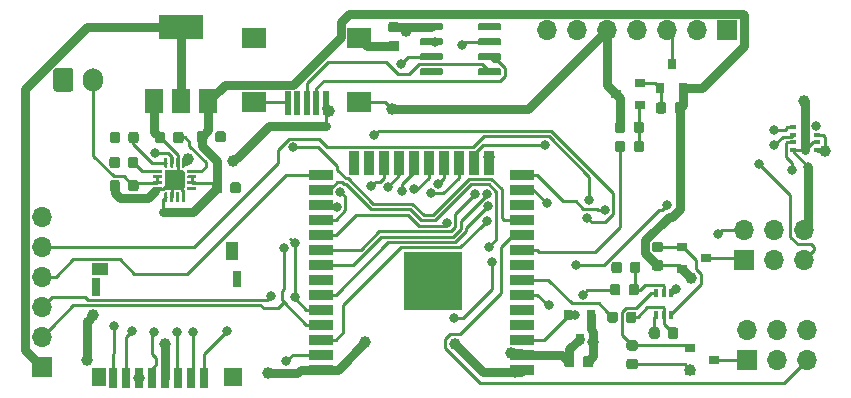
<source format=gbr>
G04 #@! TF.GenerationSoftware,KiCad,Pcbnew,5.1.4+dfsg1-1*
G04 #@! TF.CreationDate,2020-04-11T12:55:28-07:00*
G04 #@! TF.ProjectId,esp32_sensornode,65737033-325f-4736-956e-736f726e6f64,rev?*
G04 #@! TF.SameCoordinates,Original*
G04 #@! TF.FileFunction,Copper,L1,Top*
G04 #@! TF.FilePolarity,Positive*
%FSLAX46Y46*%
G04 Gerber Fmt 4.6, Leading zero omitted, Abs format (unit mm)*
G04 Created by KiCad (PCBNEW 5.1.4+dfsg1-1) date 2020-04-11 12:55:28*
%MOMM*%
%LPD*%
G04 APERTURE LIST*
%ADD10R,1.000000X1.550000*%
%ADD11R,1.500000X1.500000*%
%ADD12R,0.700000X1.750000*%
%ADD13R,0.800000X1.400000*%
%ADD14R,1.450000X1.000000*%
%ADD15R,0.800000X1.500000*%
%ADD16R,1.300000X1.500000*%
%ADD17C,0.100000*%
%ADD18C,0.875000*%
%ADD19R,1.700000X1.700000*%
%ADD20O,1.700000X1.700000*%
%ADD21R,0.500000X2.000000*%
%ADD22R,2.000000X1.700000*%
%ADD23R,5.000000X5.000000*%
%ADD24R,2.000000X0.900000*%
%ADD25R,0.900000X2.000000*%
%ADD26R,0.500000X0.350000*%
%ADD27C,1.700000*%
%ADD28C,0.600000*%
%ADD29C,0.250000*%
%ADD30R,3.800000X2.000000*%
%ADD31R,1.500000X2.000000*%
%ADD32R,0.900000X0.800000*%
%ADD33R,0.800000X0.900000*%
%ADD34R,0.400000X0.650000*%
%ADD35O,1.700000X2.000000*%
%ADD36C,1.000000*%
%ADD37C,0.800000*%
%ADD38C,0.750000*%
%ADD39C,0.250000*%
G04 APERTURE END LIST*
D10*
X68682500Y-63176900D03*
D11*
X68732500Y-73851900D03*
D12*
X66282500Y-73976900D03*
X65182500Y-73976900D03*
X64082500Y-73976900D03*
X62982500Y-73976900D03*
X61882500Y-73976900D03*
X60782500Y-73976900D03*
X59682500Y-73976900D03*
D13*
X69082500Y-65601900D03*
D14*
X57457500Y-64751900D03*
D15*
X57132500Y-66251900D03*
D16*
X57382500Y-73851900D03*
D12*
X58582500Y-73976900D03*
D17*
G36*
X97433291Y-72120653D02*
G01*
X97454526Y-72123803D01*
X97475350Y-72129019D01*
X97495562Y-72136251D01*
X97514968Y-72145430D01*
X97533381Y-72156466D01*
X97550624Y-72169254D01*
X97566530Y-72183670D01*
X97580946Y-72199576D01*
X97593734Y-72216819D01*
X97604770Y-72235232D01*
X97613949Y-72254638D01*
X97621181Y-72274850D01*
X97626397Y-72295674D01*
X97629547Y-72316909D01*
X97630600Y-72338350D01*
X97630600Y-72850850D01*
X97629547Y-72872291D01*
X97626397Y-72893526D01*
X97621181Y-72914350D01*
X97613949Y-72934562D01*
X97604770Y-72953968D01*
X97593734Y-72972381D01*
X97580946Y-72989624D01*
X97566530Y-73005530D01*
X97550624Y-73019946D01*
X97533381Y-73032734D01*
X97514968Y-73043770D01*
X97495562Y-73052949D01*
X97475350Y-73060181D01*
X97454526Y-73065397D01*
X97433291Y-73068547D01*
X97411850Y-73069600D01*
X96974350Y-73069600D01*
X96952909Y-73068547D01*
X96931674Y-73065397D01*
X96910850Y-73060181D01*
X96890638Y-73052949D01*
X96871232Y-73043770D01*
X96852819Y-73032734D01*
X96835576Y-73019946D01*
X96819670Y-73005530D01*
X96805254Y-72989624D01*
X96792466Y-72972381D01*
X96781430Y-72953968D01*
X96772251Y-72934562D01*
X96765019Y-72914350D01*
X96759803Y-72893526D01*
X96756653Y-72872291D01*
X96755600Y-72850850D01*
X96755600Y-72338350D01*
X96756653Y-72316909D01*
X96759803Y-72295674D01*
X96765019Y-72274850D01*
X96772251Y-72254638D01*
X96781430Y-72235232D01*
X96792466Y-72216819D01*
X96805254Y-72199576D01*
X96819670Y-72183670D01*
X96835576Y-72169254D01*
X96852819Y-72156466D01*
X96871232Y-72145430D01*
X96890638Y-72136251D01*
X96910850Y-72129019D01*
X96931674Y-72123803D01*
X96952909Y-72120653D01*
X96974350Y-72119600D01*
X97411850Y-72119600D01*
X97433291Y-72120653D01*
X97433291Y-72120653D01*
G37*
D18*
X97193100Y-72594600D03*
D17*
G36*
X99008291Y-72120653D02*
G01*
X99029526Y-72123803D01*
X99050350Y-72129019D01*
X99070562Y-72136251D01*
X99089968Y-72145430D01*
X99108381Y-72156466D01*
X99125624Y-72169254D01*
X99141530Y-72183670D01*
X99155946Y-72199576D01*
X99168734Y-72216819D01*
X99179770Y-72235232D01*
X99188949Y-72254638D01*
X99196181Y-72274850D01*
X99201397Y-72295674D01*
X99204547Y-72316909D01*
X99205600Y-72338350D01*
X99205600Y-72850850D01*
X99204547Y-72872291D01*
X99201397Y-72893526D01*
X99196181Y-72914350D01*
X99188949Y-72934562D01*
X99179770Y-72953968D01*
X99168734Y-72972381D01*
X99155946Y-72989624D01*
X99141530Y-73005530D01*
X99125624Y-73019946D01*
X99108381Y-73032734D01*
X99089968Y-73043770D01*
X99070562Y-73052949D01*
X99050350Y-73060181D01*
X99029526Y-73065397D01*
X99008291Y-73068547D01*
X98986850Y-73069600D01*
X98549350Y-73069600D01*
X98527909Y-73068547D01*
X98506674Y-73065397D01*
X98485850Y-73060181D01*
X98465638Y-73052949D01*
X98446232Y-73043770D01*
X98427819Y-73032734D01*
X98410576Y-73019946D01*
X98394670Y-73005530D01*
X98380254Y-72989624D01*
X98367466Y-72972381D01*
X98356430Y-72953968D01*
X98347251Y-72934562D01*
X98340019Y-72914350D01*
X98334803Y-72893526D01*
X98331653Y-72872291D01*
X98330600Y-72850850D01*
X98330600Y-72338350D01*
X98331653Y-72316909D01*
X98334803Y-72295674D01*
X98340019Y-72274850D01*
X98347251Y-72254638D01*
X98356430Y-72235232D01*
X98367466Y-72216819D01*
X98380254Y-72199576D01*
X98394670Y-72183670D01*
X98410576Y-72169254D01*
X98427819Y-72156466D01*
X98446232Y-72145430D01*
X98465638Y-72136251D01*
X98485850Y-72129019D01*
X98506674Y-72123803D01*
X98527909Y-72120653D01*
X98549350Y-72119600D01*
X98986850Y-72119600D01*
X99008291Y-72120653D01*
X99008291Y-72120653D01*
G37*
D18*
X98768100Y-72594600D03*
D19*
X52514600Y-73001000D03*
D20*
X52514600Y-70461000D03*
X52514600Y-67921000D03*
X52514600Y-65381000D03*
X52514600Y-62841000D03*
X52514600Y-60301000D03*
D19*
X110579000Y-44527600D03*
D20*
X108039000Y-44527600D03*
X105499000Y-44527600D03*
X102959000Y-44527600D03*
X100419000Y-44527600D03*
X97879000Y-44527600D03*
X95339000Y-44527600D03*
D21*
X76573200Y-50698200D03*
X75773200Y-50698200D03*
X74973200Y-50698200D03*
X74173200Y-50698200D03*
X73373200Y-50698200D03*
D22*
X79423200Y-50598200D03*
X79423200Y-45148200D03*
X70523200Y-50598200D03*
X70523200Y-45148200D03*
D23*
X85692700Y-65755000D03*
D24*
X93192700Y-73255000D03*
X93192700Y-71985000D03*
X93192700Y-70715000D03*
X93192700Y-69445000D03*
X93192700Y-68175000D03*
X93192700Y-66905000D03*
X93192700Y-65635000D03*
X93192700Y-64365000D03*
X93192700Y-63095000D03*
X93192700Y-61825000D03*
X93192700Y-60555000D03*
X93192700Y-59285000D03*
X93192700Y-58015000D03*
X93192700Y-56745000D03*
D25*
X90407700Y-55745000D03*
X89137700Y-55745000D03*
X87867700Y-55745000D03*
X86597700Y-55745000D03*
X85327700Y-55745000D03*
X84057700Y-55745000D03*
X82787700Y-55745000D03*
X81517700Y-55745000D03*
X80247700Y-55745000D03*
X78977700Y-55745000D03*
D24*
X76192700Y-56745000D03*
X76192700Y-58015000D03*
X76192700Y-59285000D03*
X76192700Y-60555000D03*
X76192700Y-61825000D03*
X76192700Y-63095000D03*
X76192700Y-64365000D03*
X76192700Y-65635000D03*
X76192700Y-66905000D03*
X76192700Y-68175000D03*
X76192700Y-69445000D03*
X76192700Y-70715000D03*
X76192700Y-71985000D03*
X76192700Y-73255000D03*
D26*
X116103500Y-52719100D03*
X116103500Y-53369100D03*
X116103500Y-54019100D03*
X116103500Y-54669100D03*
X118153500Y-54669100D03*
X118153500Y-54019100D03*
X118153500Y-53369100D03*
X118153500Y-52719100D03*
D17*
G36*
X64403304Y-56342904D02*
G01*
X64427573Y-56346504D01*
X64451371Y-56352465D01*
X64474471Y-56360730D01*
X64496649Y-56371220D01*
X64517693Y-56383833D01*
X64537398Y-56398447D01*
X64555577Y-56414923D01*
X64572053Y-56433102D01*
X64586667Y-56452807D01*
X64599280Y-56473851D01*
X64609770Y-56496029D01*
X64618035Y-56519129D01*
X64623996Y-56542927D01*
X64627596Y-56567196D01*
X64628800Y-56591700D01*
X64628800Y-57791700D01*
X64627596Y-57816204D01*
X64623996Y-57840473D01*
X64618035Y-57864271D01*
X64609770Y-57887371D01*
X64599280Y-57909549D01*
X64586667Y-57930593D01*
X64572053Y-57950298D01*
X64555577Y-57968477D01*
X64537398Y-57984953D01*
X64517693Y-57999567D01*
X64496649Y-58012180D01*
X64474471Y-58022670D01*
X64451371Y-58030935D01*
X64427573Y-58036896D01*
X64403304Y-58040496D01*
X64378800Y-58041700D01*
X63178800Y-58041700D01*
X63154296Y-58040496D01*
X63130027Y-58036896D01*
X63106229Y-58030935D01*
X63083129Y-58022670D01*
X63060951Y-58012180D01*
X63039907Y-57999567D01*
X63020202Y-57984953D01*
X63002023Y-57968477D01*
X62985547Y-57950298D01*
X62970933Y-57930593D01*
X62958320Y-57909549D01*
X62947830Y-57887371D01*
X62939565Y-57864271D01*
X62933604Y-57840473D01*
X62930004Y-57816204D01*
X62928800Y-57791700D01*
X62928800Y-56591700D01*
X62930004Y-56567196D01*
X62933604Y-56542927D01*
X62939565Y-56519129D01*
X62947830Y-56496029D01*
X62958320Y-56473851D01*
X62970933Y-56452807D01*
X62985547Y-56433102D01*
X63002023Y-56414923D01*
X63020202Y-56398447D01*
X63039907Y-56383833D01*
X63060951Y-56371220D01*
X63083129Y-56360730D01*
X63106229Y-56352465D01*
X63130027Y-56346504D01*
X63154296Y-56342904D01*
X63178800Y-56341700D01*
X64378800Y-56341700D01*
X64403304Y-56342904D01*
X64403304Y-56342904D01*
G37*
D27*
X63778800Y-57191700D03*
D28*
X63228800Y-56641700D03*
X63778800Y-56641700D03*
X64328800Y-56641700D03*
X63228800Y-57191700D03*
X63778800Y-57191700D03*
X64328800Y-57191700D03*
X63228800Y-57741700D03*
X63778800Y-57741700D03*
X64328800Y-57741700D03*
D17*
G36*
X62672426Y-56317001D02*
G01*
X62678493Y-56317901D01*
X62684443Y-56319391D01*
X62690218Y-56321458D01*
X62695762Y-56324080D01*
X62701023Y-56327233D01*
X62705950Y-56330887D01*
X62710494Y-56335006D01*
X62714613Y-56339550D01*
X62718267Y-56344477D01*
X62721420Y-56349738D01*
X62724042Y-56355282D01*
X62726109Y-56361057D01*
X62727599Y-56367007D01*
X62728499Y-56373074D01*
X62728800Y-56379200D01*
X62728800Y-56504200D01*
X62728499Y-56510326D01*
X62727599Y-56516393D01*
X62726109Y-56522343D01*
X62724042Y-56528118D01*
X62721420Y-56533662D01*
X62718267Y-56538923D01*
X62714613Y-56543850D01*
X62710494Y-56548394D01*
X62705950Y-56552513D01*
X62701023Y-56556167D01*
X62695762Y-56559320D01*
X62690218Y-56561942D01*
X62684443Y-56564009D01*
X62678493Y-56565499D01*
X62672426Y-56566399D01*
X62666300Y-56566700D01*
X61991300Y-56566700D01*
X61985174Y-56566399D01*
X61979107Y-56565499D01*
X61973157Y-56564009D01*
X61967382Y-56561942D01*
X61961838Y-56559320D01*
X61956577Y-56556167D01*
X61951650Y-56552513D01*
X61947106Y-56548394D01*
X61942987Y-56543850D01*
X61939333Y-56538923D01*
X61936180Y-56533662D01*
X61933558Y-56528118D01*
X61931491Y-56522343D01*
X61930001Y-56516393D01*
X61929101Y-56510326D01*
X61928800Y-56504200D01*
X61928800Y-56379200D01*
X61929101Y-56373074D01*
X61930001Y-56367007D01*
X61931491Y-56361057D01*
X61933558Y-56355282D01*
X61936180Y-56349738D01*
X61939333Y-56344477D01*
X61942987Y-56339550D01*
X61947106Y-56335006D01*
X61951650Y-56330887D01*
X61956577Y-56327233D01*
X61961838Y-56324080D01*
X61967382Y-56321458D01*
X61973157Y-56319391D01*
X61979107Y-56317901D01*
X61985174Y-56317001D01*
X61991300Y-56316700D01*
X62666300Y-56316700D01*
X62672426Y-56317001D01*
X62672426Y-56317001D01*
G37*
D29*
X62328800Y-56441700D03*
D17*
G36*
X62672426Y-56817001D02*
G01*
X62678493Y-56817901D01*
X62684443Y-56819391D01*
X62690218Y-56821458D01*
X62695762Y-56824080D01*
X62701023Y-56827233D01*
X62705950Y-56830887D01*
X62710494Y-56835006D01*
X62714613Y-56839550D01*
X62718267Y-56844477D01*
X62721420Y-56849738D01*
X62724042Y-56855282D01*
X62726109Y-56861057D01*
X62727599Y-56867007D01*
X62728499Y-56873074D01*
X62728800Y-56879200D01*
X62728800Y-57004200D01*
X62728499Y-57010326D01*
X62727599Y-57016393D01*
X62726109Y-57022343D01*
X62724042Y-57028118D01*
X62721420Y-57033662D01*
X62718267Y-57038923D01*
X62714613Y-57043850D01*
X62710494Y-57048394D01*
X62705950Y-57052513D01*
X62701023Y-57056167D01*
X62695762Y-57059320D01*
X62690218Y-57061942D01*
X62684443Y-57064009D01*
X62678493Y-57065499D01*
X62672426Y-57066399D01*
X62666300Y-57066700D01*
X61991300Y-57066700D01*
X61985174Y-57066399D01*
X61979107Y-57065499D01*
X61973157Y-57064009D01*
X61967382Y-57061942D01*
X61961838Y-57059320D01*
X61956577Y-57056167D01*
X61951650Y-57052513D01*
X61947106Y-57048394D01*
X61942987Y-57043850D01*
X61939333Y-57038923D01*
X61936180Y-57033662D01*
X61933558Y-57028118D01*
X61931491Y-57022343D01*
X61930001Y-57016393D01*
X61929101Y-57010326D01*
X61928800Y-57004200D01*
X61928800Y-56879200D01*
X61929101Y-56873074D01*
X61930001Y-56867007D01*
X61931491Y-56861057D01*
X61933558Y-56855282D01*
X61936180Y-56849738D01*
X61939333Y-56844477D01*
X61942987Y-56839550D01*
X61947106Y-56835006D01*
X61951650Y-56830887D01*
X61956577Y-56827233D01*
X61961838Y-56824080D01*
X61967382Y-56821458D01*
X61973157Y-56819391D01*
X61979107Y-56817901D01*
X61985174Y-56817001D01*
X61991300Y-56816700D01*
X62666300Y-56816700D01*
X62672426Y-56817001D01*
X62672426Y-56817001D01*
G37*
D29*
X62328800Y-56941700D03*
D17*
G36*
X62672426Y-57317001D02*
G01*
X62678493Y-57317901D01*
X62684443Y-57319391D01*
X62690218Y-57321458D01*
X62695762Y-57324080D01*
X62701023Y-57327233D01*
X62705950Y-57330887D01*
X62710494Y-57335006D01*
X62714613Y-57339550D01*
X62718267Y-57344477D01*
X62721420Y-57349738D01*
X62724042Y-57355282D01*
X62726109Y-57361057D01*
X62727599Y-57367007D01*
X62728499Y-57373074D01*
X62728800Y-57379200D01*
X62728800Y-57504200D01*
X62728499Y-57510326D01*
X62727599Y-57516393D01*
X62726109Y-57522343D01*
X62724042Y-57528118D01*
X62721420Y-57533662D01*
X62718267Y-57538923D01*
X62714613Y-57543850D01*
X62710494Y-57548394D01*
X62705950Y-57552513D01*
X62701023Y-57556167D01*
X62695762Y-57559320D01*
X62690218Y-57561942D01*
X62684443Y-57564009D01*
X62678493Y-57565499D01*
X62672426Y-57566399D01*
X62666300Y-57566700D01*
X61991300Y-57566700D01*
X61985174Y-57566399D01*
X61979107Y-57565499D01*
X61973157Y-57564009D01*
X61967382Y-57561942D01*
X61961838Y-57559320D01*
X61956577Y-57556167D01*
X61951650Y-57552513D01*
X61947106Y-57548394D01*
X61942987Y-57543850D01*
X61939333Y-57538923D01*
X61936180Y-57533662D01*
X61933558Y-57528118D01*
X61931491Y-57522343D01*
X61930001Y-57516393D01*
X61929101Y-57510326D01*
X61928800Y-57504200D01*
X61928800Y-57379200D01*
X61929101Y-57373074D01*
X61930001Y-57367007D01*
X61931491Y-57361057D01*
X61933558Y-57355282D01*
X61936180Y-57349738D01*
X61939333Y-57344477D01*
X61942987Y-57339550D01*
X61947106Y-57335006D01*
X61951650Y-57330887D01*
X61956577Y-57327233D01*
X61961838Y-57324080D01*
X61967382Y-57321458D01*
X61973157Y-57319391D01*
X61979107Y-57317901D01*
X61985174Y-57317001D01*
X61991300Y-57316700D01*
X62666300Y-57316700D01*
X62672426Y-57317001D01*
X62672426Y-57317001D01*
G37*
D29*
X62328800Y-57441700D03*
D17*
G36*
X62672426Y-57817001D02*
G01*
X62678493Y-57817901D01*
X62684443Y-57819391D01*
X62690218Y-57821458D01*
X62695762Y-57824080D01*
X62701023Y-57827233D01*
X62705950Y-57830887D01*
X62710494Y-57835006D01*
X62714613Y-57839550D01*
X62718267Y-57844477D01*
X62721420Y-57849738D01*
X62724042Y-57855282D01*
X62726109Y-57861057D01*
X62727599Y-57867007D01*
X62728499Y-57873074D01*
X62728800Y-57879200D01*
X62728800Y-58004200D01*
X62728499Y-58010326D01*
X62727599Y-58016393D01*
X62726109Y-58022343D01*
X62724042Y-58028118D01*
X62721420Y-58033662D01*
X62718267Y-58038923D01*
X62714613Y-58043850D01*
X62710494Y-58048394D01*
X62705950Y-58052513D01*
X62701023Y-58056167D01*
X62695762Y-58059320D01*
X62690218Y-58061942D01*
X62684443Y-58064009D01*
X62678493Y-58065499D01*
X62672426Y-58066399D01*
X62666300Y-58066700D01*
X61991300Y-58066700D01*
X61985174Y-58066399D01*
X61979107Y-58065499D01*
X61973157Y-58064009D01*
X61967382Y-58061942D01*
X61961838Y-58059320D01*
X61956577Y-58056167D01*
X61951650Y-58052513D01*
X61947106Y-58048394D01*
X61942987Y-58043850D01*
X61939333Y-58038923D01*
X61936180Y-58033662D01*
X61933558Y-58028118D01*
X61931491Y-58022343D01*
X61930001Y-58016393D01*
X61929101Y-58010326D01*
X61928800Y-58004200D01*
X61928800Y-57879200D01*
X61929101Y-57873074D01*
X61930001Y-57867007D01*
X61931491Y-57861057D01*
X61933558Y-57855282D01*
X61936180Y-57849738D01*
X61939333Y-57844477D01*
X61942987Y-57839550D01*
X61947106Y-57835006D01*
X61951650Y-57830887D01*
X61956577Y-57827233D01*
X61961838Y-57824080D01*
X61967382Y-57821458D01*
X61973157Y-57819391D01*
X61979107Y-57817901D01*
X61985174Y-57817001D01*
X61991300Y-57816700D01*
X62666300Y-57816700D01*
X62672426Y-57817001D01*
X62672426Y-57817001D01*
G37*
D29*
X62328800Y-57941700D03*
D17*
G36*
X63097426Y-58242001D02*
G01*
X63103493Y-58242901D01*
X63109443Y-58244391D01*
X63115218Y-58246458D01*
X63120762Y-58249080D01*
X63126023Y-58252233D01*
X63130950Y-58255887D01*
X63135494Y-58260006D01*
X63139613Y-58264550D01*
X63143267Y-58269477D01*
X63146420Y-58274738D01*
X63149042Y-58280282D01*
X63151109Y-58286057D01*
X63152599Y-58292007D01*
X63153499Y-58298074D01*
X63153800Y-58304200D01*
X63153800Y-58979200D01*
X63153499Y-58985326D01*
X63152599Y-58991393D01*
X63151109Y-58997343D01*
X63149042Y-59003118D01*
X63146420Y-59008662D01*
X63143267Y-59013923D01*
X63139613Y-59018850D01*
X63135494Y-59023394D01*
X63130950Y-59027513D01*
X63126023Y-59031167D01*
X63120762Y-59034320D01*
X63115218Y-59036942D01*
X63109443Y-59039009D01*
X63103493Y-59040499D01*
X63097426Y-59041399D01*
X63091300Y-59041700D01*
X62966300Y-59041700D01*
X62960174Y-59041399D01*
X62954107Y-59040499D01*
X62948157Y-59039009D01*
X62942382Y-59036942D01*
X62936838Y-59034320D01*
X62931577Y-59031167D01*
X62926650Y-59027513D01*
X62922106Y-59023394D01*
X62917987Y-59018850D01*
X62914333Y-59013923D01*
X62911180Y-59008662D01*
X62908558Y-59003118D01*
X62906491Y-58997343D01*
X62905001Y-58991393D01*
X62904101Y-58985326D01*
X62903800Y-58979200D01*
X62903800Y-58304200D01*
X62904101Y-58298074D01*
X62905001Y-58292007D01*
X62906491Y-58286057D01*
X62908558Y-58280282D01*
X62911180Y-58274738D01*
X62914333Y-58269477D01*
X62917987Y-58264550D01*
X62922106Y-58260006D01*
X62926650Y-58255887D01*
X62931577Y-58252233D01*
X62936838Y-58249080D01*
X62942382Y-58246458D01*
X62948157Y-58244391D01*
X62954107Y-58242901D01*
X62960174Y-58242001D01*
X62966300Y-58241700D01*
X63091300Y-58241700D01*
X63097426Y-58242001D01*
X63097426Y-58242001D01*
G37*
D29*
X63028800Y-58641700D03*
D17*
G36*
X63597426Y-58242001D02*
G01*
X63603493Y-58242901D01*
X63609443Y-58244391D01*
X63615218Y-58246458D01*
X63620762Y-58249080D01*
X63626023Y-58252233D01*
X63630950Y-58255887D01*
X63635494Y-58260006D01*
X63639613Y-58264550D01*
X63643267Y-58269477D01*
X63646420Y-58274738D01*
X63649042Y-58280282D01*
X63651109Y-58286057D01*
X63652599Y-58292007D01*
X63653499Y-58298074D01*
X63653800Y-58304200D01*
X63653800Y-58979200D01*
X63653499Y-58985326D01*
X63652599Y-58991393D01*
X63651109Y-58997343D01*
X63649042Y-59003118D01*
X63646420Y-59008662D01*
X63643267Y-59013923D01*
X63639613Y-59018850D01*
X63635494Y-59023394D01*
X63630950Y-59027513D01*
X63626023Y-59031167D01*
X63620762Y-59034320D01*
X63615218Y-59036942D01*
X63609443Y-59039009D01*
X63603493Y-59040499D01*
X63597426Y-59041399D01*
X63591300Y-59041700D01*
X63466300Y-59041700D01*
X63460174Y-59041399D01*
X63454107Y-59040499D01*
X63448157Y-59039009D01*
X63442382Y-59036942D01*
X63436838Y-59034320D01*
X63431577Y-59031167D01*
X63426650Y-59027513D01*
X63422106Y-59023394D01*
X63417987Y-59018850D01*
X63414333Y-59013923D01*
X63411180Y-59008662D01*
X63408558Y-59003118D01*
X63406491Y-58997343D01*
X63405001Y-58991393D01*
X63404101Y-58985326D01*
X63403800Y-58979200D01*
X63403800Y-58304200D01*
X63404101Y-58298074D01*
X63405001Y-58292007D01*
X63406491Y-58286057D01*
X63408558Y-58280282D01*
X63411180Y-58274738D01*
X63414333Y-58269477D01*
X63417987Y-58264550D01*
X63422106Y-58260006D01*
X63426650Y-58255887D01*
X63431577Y-58252233D01*
X63436838Y-58249080D01*
X63442382Y-58246458D01*
X63448157Y-58244391D01*
X63454107Y-58242901D01*
X63460174Y-58242001D01*
X63466300Y-58241700D01*
X63591300Y-58241700D01*
X63597426Y-58242001D01*
X63597426Y-58242001D01*
G37*
D29*
X63528800Y-58641700D03*
D17*
G36*
X64097426Y-58242001D02*
G01*
X64103493Y-58242901D01*
X64109443Y-58244391D01*
X64115218Y-58246458D01*
X64120762Y-58249080D01*
X64126023Y-58252233D01*
X64130950Y-58255887D01*
X64135494Y-58260006D01*
X64139613Y-58264550D01*
X64143267Y-58269477D01*
X64146420Y-58274738D01*
X64149042Y-58280282D01*
X64151109Y-58286057D01*
X64152599Y-58292007D01*
X64153499Y-58298074D01*
X64153800Y-58304200D01*
X64153800Y-58979200D01*
X64153499Y-58985326D01*
X64152599Y-58991393D01*
X64151109Y-58997343D01*
X64149042Y-59003118D01*
X64146420Y-59008662D01*
X64143267Y-59013923D01*
X64139613Y-59018850D01*
X64135494Y-59023394D01*
X64130950Y-59027513D01*
X64126023Y-59031167D01*
X64120762Y-59034320D01*
X64115218Y-59036942D01*
X64109443Y-59039009D01*
X64103493Y-59040499D01*
X64097426Y-59041399D01*
X64091300Y-59041700D01*
X63966300Y-59041700D01*
X63960174Y-59041399D01*
X63954107Y-59040499D01*
X63948157Y-59039009D01*
X63942382Y-59036942D01*
X63936838Y-59034320D01*
X63931577Y-59031167D01*
X63926650Y-59027513D01*
X63922106Y-59023394D01*
X63917987Y-59018850D01*
X63914333Y-59013923D01*
X63911180Y-59008662D01*
X63908558Y-59003118D01*
X63906491Y-58997343D01*
X63905001Y-58991393D01*
X63904101Y-58985326D01*
X63903800Y-58979200D01*
X63903800Y-58304200D01*
X63904101Y-58298074D01*
X63905001Y-58292007D01*
X63906491Y-58286057D01*
X63908558Y-58280282D01*
X63911180Y-58274738D01*
X63914333Y-58269477D01*
X63917987Y-58264550D01*
X63922106Y-58260006D01*
X63926650Y-58255887D01*
X63931577Y-58252233D01*
X63936838Y-58249080D01*
X63942382Y-58246458D01*
X63948157Y-58244391D01*
X63954107Y-58242901D01*
X63960174Y-58242001D01*
X63966300Y-58241700D01*
X64091300Y-58241700D01*
X64097426Y-58242001D01*
X64097426Y-58242001D01*
G37*
D29*
X64028800Y-58641700D03*
D17*
G36*
X64597426Y-58242001D02*
G01*
X64603493Y-58242901D01*
X64609443Y-58244391D01*
X64615218Y-58246458D01*
X64620762Y-58249080D01*
X64626023Y-58252233D01*
X64630950Y-58255887D01*
X64635494Y-58260006D01*
X64639613Y-58264550D01*
X64643267Y-58269477D01*
X64646420Y-58274738D01*
X64649042Y-58280282D01*
X64651109Y-58286057D01*
X64652599Y-58292007D01*
X64653499Y-58298074D01*
X64653800Y-58304200D01*
X64653800Y-58979200D01*
X64653499Y-58985326D01*
X64652599Y-58991393D01*
X64651109Y-58997343D01*
X64649042Y-59003118D01*
X64646420Y-59008662D01*
X64643267Y-59013923D01*
X64639613Y-59018850D01*
X64635494Y-59023394D01*
X64630950Y-59027513D01*
X64626023Y-59031167D01*
X64620762Y-59034320D01*
X64615218Y-59036942D01*
X64609443Y-59039009D01*
X64603493Y-59040499D01*
X64597426Y-59041399D01*
X64591300Y-59041700D01*
X64466300Y-59041700D01*
X64460174Y-59041399D01*
X64454107Y-59040499D01*
X64448157Y-59039009D01*
X64442382Y-59036942D01*
X64436838Y-59034320D01*
X64431577Y-59031167D01*
X64426650Y-59027513D01*
X64422106Y-59023394D01*
X64417987Y-59018850D01*
X64414333Y-59013923D01*
X64411180Y-59008662D01*
X64408558Y-59003118D01*
X64406491Y-58997343D01*
X64405001Y-58991393D01*
X64404101Y-58985326D01*
X64403800Y-58979200D01*
X64403800Y-58304200D01*
X64404101Y-58298074D01*
X64405001Y-58292007D01*
X64406491Y-58286057D01*
X64408558Y-58280282D01*
X64411180Y-58274738D01*
X64414333Y-58269477D01*
X64417987Y-58264550D01*
X64422106Y-58260006D01*
X64426650Y-58255887D01*
X64431577Y-58252233D01*
X64436838Y-58249080D01*
X64442382Y-58246458D01*
X64448157Y-58244391D01*
X64454107Y-58242901D01*
X64460174Y-58242001D01*
X64466300Y-58241700D01*
X64591300Y-58241700D01*
X64597426Y-58242001D01*
X64597426Y-58242001D01*
G37*
D29*
X64528800Y-58641700D03*
D17*
G36*
X65572426Y-57817001D02*
G01*
X65578493Y-57817901D01*
X65584443Y-57819391D01*
X65590218Y-57821458D01*
X65595762Y-57824080D01*
X65601023Y-57827233D01*
X65605950Y-57830887D01*
X65610494Y-57835006D01*
X65614613Y-57839550D01*
X65618267Y-57844477D01*
X65621420Y-57849738D01*
X65624042Y-57855282D01*
X65626109Y-57861057D01*
X65627599Y-57867007D01*
X65628499Y-57873074D01*
X65628800Y-57879200D01*
X65628800Y-58004200D01*
X65628499Y-58010326D01*
X65627599Y-58016393D01*
X65626109Y-58022343D01*
X65624042Y-58028118D01*
X65621420Y-58033662D01*
X65618267Y-58038923D01*
X65614613Y-58043850D01*
X65610494Y-58048394D01*
X65605950Y-58052513D01*
X65601023Y-58056167D01*
X65595762Y-58059320D01*
X65590218Y-58061942D01*
X65584443Y-58064009D01*
X65578493Y-58065499D01*
X65572426Y-58066399D01*
X65566300Y-58066700D01*
X64891300Y-58066700D01*
X64885174Y-58066399D01*
X64879107Y-58065499D01*
X64873157Y-58064009D01*
X64867382Y-58061942D01*
X64861838Y-58059320D01*
X64856577Y-58056167D01*
X64851650Y-58052513D01*
X64847106Y-58048394D01*
X64842987Y-58043850D01*
X64839333Y-58038923D01*
X64836180Y-58033662D01*
X64833558Y-58028118D01*
X64831491Y-58022343D01*
X64830001Y-58016393D01*
X64829101Y-58010326D01*
X64828800Y-58004200D01*
X64828800Y-57879200D01*
X64829101Y-57873074D01*
X64830001Y-57867007D01*
X64831491Y-57861057D01*
X64833558Y-57855282D01*
X64836180Y-57849738D01*
X64839333Y-57844477D01*
X64842987Y-57839550D01*
X64847106Y-57835006D01*
X64851650Y-57830887D01*
X64856577Y-57827233D01*
X64861838Y-57824080D01*
X64867382Y-57821458D01*
X64873157Y-57819391D01*
X64879107Y-57817901D01*
X64885174Y-57817001D01*
X64891300Y-57816700D01*
X65566300Y-57816700D01*
X65572426Y-57817001D01*
X65572426Y-57817001D01*
G37*
D29*
X65228800Y-57941700D03*
D17*
G36*
X65572426Y-57317001D02*
G01*
X65578493Y-57317901D01*
X65584443Y-57319391D01*
X65590218Y-57321458D01*
X65595762Y-57324080D01*
X65601023Y-57327233D01*
X65605950Y-57330887D01*
X65610494Y-57335006D01*
X65614613Y-57339550D01*
X65618267Y-57344477D01*
X65621420Y-57349738D01*
X65624042Y-57355282D01*
X65626109Y-57361057D01*
X65627599Y-57367007D01*
X65628499Y-57373074D01*
X65628800Y-57379200D01*
X65628800Y-57504200D01*
X65628499Y-57510326D01*
X65627599Y-57516393D01*
X65626109Y-57522343D01*
X65624042Y-57528118D01*
X65621420Y-57533662D01*
X65618267Y-57538923D01*
X65614613Y-57543850D01*
X65610494Y-57548394D01*
X65605950Y-57552513D01*
X65601023Y-57556167D01*
X65595762Y-57559320D01*
X65590218Y-57561942D01*
X65584443Y-57564009D01*
X65578493Y-57565499D01*
X65572426Y-57566399D01*
X65566300Y-57566700D01*
X64891300Y-57566700D01*
X64885174Y-57566399D01*
X64879107Y-57565499D01*
X64873157Y-57564009D01*
X64867382Y-57561942D01*
X64861838Y-57559320D01*
X64856577Y-57556167D01*
X64851650Y-57552513D01*
X64847106Y-57548394D01*
X64842987Y-57543850D01*
X64839333Y-57538923D01*
X64836180Y-57533662D01*
X64833558Y-57528118D01*
X64831491Y-57522343D01*
X64830001Y-57516393D01*
X64829101Y-57510326D01*
X64828800Y-57504200D01*
X64828800Y-57379200D01*
X64829101Y-57373074D01*
X64830001Y-57367007D01*
X64831491Y-57361057D01*
X64833558Y-57355282D01*
X64836180Y-57349738D01*
X64839333Y-57344477D01*
X64842987Y-57339550D01*
X64847106Y-57335006D01*
X64851650Y-57330887D01*
X64856577Y-57327233D01*
X64861838Y-57324080D01*
X64867382Y-57321458D01*
X64873157Y-57319391D01*
X64879107Y-57317901D01*
X64885174Y-57317001D01*
X64891300Y-57316700D01*
X65566300Y-57316700D01*
X65572426Y-57317001D01*
X65572426Y-57317001D01*
G37*
D29*
X65228800Y-57441700D03*
D17*
G36*
X65572426Y-56817001D02*
G01*
X65578493Y-56817901D01*
X65584443Y-56819391D01*
X65590218Y-56821458D01*
X65595762Y-56824080D01*
X65601023Y-56827233D01*
X65605950Y-56830887D01*
X65610494Y-56835006D01*
X65614613Y-56839550D01*
X65618267Y-56844477D01*
X65621420Y-56849738D01*
X65624042Y-56855282D01*
X65626109Y-56861057D01*
X65627599Y-56867007D01*
X65628499Y-56873074D01*
X65628800Y-56879200D01*
X65628800Y-57004200D01*
X65628499Y-57010326D01*
X65627599Y-57016393D01*
X65626109Y-57022343D01*
X65624042Y-57028118D01*
X65621420Y-57033662D01*
X65618267Y-57038923D01*
X65614613Y-57043850D01*
X65610494Y-57048394D01*
X65605950Y-57052513D01*
X65601023Y-57056167D01*
X65595762Y-57059320D01*
X65590218Y-57061942D01*
X65584443Y-57064009D01*
X65578493Y-57065499D01*
X65572426Y-57066399D01*
X65566300Y-57066700D01*
X64891300Y-57066700D01*
X64885174Y-57066399D01*
X64879107Y-57065499D01*
X64873157Y-57064009D01*
X64867382Y-57061942D01*
X64861838Y-57059320D01*
X64856577Y-57056167D01*
X64851650Y-57052513D01*
X64847106Y-57048394D01*
X64842987Y-57043850D01*
X64839333Y-57038923D01*
X64836180Y-57033662D01*
X64833558Y-57028118D01*
X64831491Y-57022343D01*
X64830001Y-57016393D01*
X64829101Y-57010326D01*
X64828800Y-57004200D01*
X64828800Y-56879200D01*
X64829101Y-56873074D01*
X64830001Y-56867007D01*
X64831491Y-56861057D01*
X64833558Y-56855282D01*
X64836180Y-56849738D01*
X64839333Y-56844477D01*
X64842987Y-56839550D01*
X64847106Y-56835006D01*
X64851650Y-56830887D01*
X64856577Y-56827233D01*
X64861838Y-56824080D01*
X64867382Y-56821458D01*
X64873157Y-56819391D01*
X64879107Y-56817901D01*
X64885174Y-56817001D01*
X64891300Y-56816700D01*
X65566300Y-56816700D01*
X65572426Y-56817001D01*
X65572426Y-56817001D01*
G37*
D29*
X65228800Y-56941700D03*
D17*
G36*
X65572426Y-56317001D02*
G01*
X65578493Y-56317901D01*
X65584443Y-56319391D01*
X65590218Y-56321458D01*
X65595762Y-56324080D01*
X65601023Y-56327233D01*
X65605950Y-56330887D01*
X65610494Y-56335006D01*
X65614613Y-56339550D01*
X65618267Y-56344477D01*
X65621420Y-56349738D01*
X65624042Y-56355282D01*
X65626109Y-56361057D01*
X65627599Y-56367007D01*
X65628499Y-56373074D01*
X65628800Y-56379200D01*
X65628800Y-56504200D01*
X65628499Y-56510326D01*
X65627599Y-56516393D01*
X65626109Y-56522343D01*
X65624042Y-56528118D01*
X65621420Y-56533662D01*
X65618267Y-56538923D01*
X65614613Y-56543850D01*
X65610494Y-56548394D01*
X65605950Y-56552513D01*
X65601023Y-56556167D01*
X65595762Y-56559320D01*
X65590218Y-56561942D01*
X65584443Y-56564009D01*
X65578493Y-56565499D01*
X65572426Y-56566399D01*
X65566300Y-56566700D01*
X64891300Y-56566700D01*
X64885174Y-56566399D01*
X64879107Y-56565499D01*
X64873157Y-56564009D01*
X64867382Y-56561942D01*
X64861838Y-56559320D01*
X64856577Y-56556167D01*
X64851650Y-56552513D01*
X64847106Y-56548394D01*
X64842987Y-56543850D01*
X64839333Y-56538923D01*
X64836180Y-56533662D01*
X64833558Y-56528118D01*
X64831491Y-56522343D01*
X64830001Y-56516393D01*
X64829101Y-56510326D01*
X64828800Y-56504200D01*
X64828800Y-56379200D01*
X64829101Y-56373074D01*
X64830001Y-56367007D01*
X64831491Y-56361057D01*
X64833558Y-56355282D01*
X64836180Y-56349738D01*
X64839333Y-56344477D01*
X64842987Y-56339550D01*
X64847106Y-56335006D01*
X64851650Y-56330887D01*
X64856577Y-56327233D01*
X64861838Y-56324080D01*
X64867382Y-56321458D01*
X64873157Y-56319391D01*
X64879107Y-56317901D01*
X64885174Y-56317001D01*
X64891300Y-56316700D01*
X65566300Y-56316700D01*
X65572426Y-56317001D01*
X65572426Y-56317001D01*
G37*
D29*
X65228800Y-56441700D03*
D17*
G36*
X64597426Y-55342001D02*
G01*
X64603493Y-55342901D01*
X64609443Y-55344391D01*
X64615218Y-55346458D01*
X64620762Y-55349080D01*
X64626023Y-55352233D01*
X64630950Y-55355887D01*
X64635494Y-55360006D01*
X64639613Y-55364550D01*
X64643267Y-55369477D01*
X64646420Y-55374738D01*
X64649042Y-55380282D01*
X64651109Y-55386057D01*
X64652599Y-55392007D01*
X64653499Y-55398074D01*
X64653800Y-55404200D01*
X64653800Y-56079200D01*
X64653499Y-56085326D01*
X64652599Y-56091393D01*
X64651109Y-56097343D01*
X64649042Y-56103118D01*
X64646420Y-56108662D01*
X64643267Y-56113923D01*
X64639613Y-56118850D01*
X64635494Y-56123394D01*
X64630950Y-56127513D01*
X64626023Y-56131167D01*
X64620762Y-56134320D01*
X64615218Y-56136942D01*
X64609443Y-56139009D01*
X64603493Y-56140499D01*
X64597426Y-56141399D01*
X64591300Y-56141700D01*
X64466300Y-56141700D01*
X64460174Y-56141399D01*
X64454107Y-56140499D01*
X64448157Y-56139009D01*
X64442382Y-56136942D01*
X64436838Y-56134320D01*
X64431577Y-56131167D01*
X64426650Y-56127513D01*
X64422106Y-56123394D01*
X64417987Y-56118850D01*
X64414333Y-56113923D01*
X64411180Y-56108662D01*
X64408558Y-56103118D01*
X64406491Y-56097343D01*
X64405001Y-56091393D01*
X64404101Y-56085326D01*
X64403800Y-56079200D01*
X64403800Y-55404200D01*
X64404101Y-55398074D01*
X64405001Y-55392007D01*
X64406491Y-55386057D01*
X64408558Y-55380282D01*
X64411180Y-55374738D01*
X64414333Y-55369477D01*
X64417987Y-55364550D01*
X64422106Y-55360006D01*
X64426650Y-55355887D01*
X64431577Y-55352233D01*
X64436838Y-55349080D01*
X64442382Y-55346458D01*
X64448157Y-55344391D01*
X64454107Y-55342901D01*
X64460174Y-55342001D01*
X64466300Y-55341700D01*
X64591300Y-55341700D01*
X64597426Y-55342001D01*
X64597426Y-55342001D01*
G37*
D29*
X64528800Y-55741700D03*
D17*
G36*
X64097426Y-55342001D02*
G01*
X64103493Y-55342901D01*
X64109443Y-55344391D01*
X64115218Y-55346458D01*
X64120762Y-55349080D01*
X64126023Y-55352233D01*
X64130950Y-55355887D01*
X64135494Y-55360006D01*
X64139613Y-55364550D01*
X64143267Y-55369477D01*
X64146420Y-55374738D01*
X64149042Y-55380282D01*
X64151109Y-55386057D01*
X64152599Y-55392007D01*
X64153499Y-55398074D01*
X64153800Y-55404200D01*
X64153800Y-56079200D01*
X64153499Y-56085326D01*
X64152599Y-56091393D01*
X64151109Y-56097343D01*
X64149042Y-56103118D01*
X64146420Y-56108662D01*
X64143267Y-56113923D01*
X64139613Y-56118850D01*
X64135494Y-56123394D01*
X64130950Y-56127513D01*
X64126023Y-56131167D01*
X64120762Y-56134320D01*
X64115218Y-56136942D01*
X64109443Y-56139009D01*
X64103493Y-56140499D01*
X64097426Y-56141399D01*
X64091300Y-56141700D01*
X63966300Y-56141700D01*
X63960174Y-56141399D01*
X63954107Y-56140499D01*
X63948157Y-56139009D01*
X63942382Y-56136942D01*
X63936838Y-56134320D01*
X63931577Y-56131167D01*
X63926650Y-56127513D01*
X63922106Y-56123394D01*
X63917987Y-56118850D01*
X63914333Y-56113923D01*
X63911180Y-56108662D01*
X63908558Y-56103118D01*
X63906491Y-56097343D01*
X63905001Y-56091393D01*
X63904101Y-56085326D01*
X63903800Y-56079200D01*
X63903800Y-55404200D01*
X63904101Y-55398074D01*
X63905001Y-55392007D01*
X63906491Y-55386057D01*
X63908558Y-55380282D01*
X63911180Y-55374738D01*
X63914333Y-55369477D01*
X63917987Y-55364550D01*
X63922106Y-55360006D01*
X63926650Y-55355887D01*
X63931577Y-55352233D01*
X63936838Y-55349080D01*
X63942382Y-55346458D01*
X63948157Y-55344391D01*
X63954107Y-55342901D01*
X63960174Y-55342001D01*
X63966300Y-55341700D01*
X64091300Y-55341700D01*
X64097426Y-55342001D01*
X64097426Y-55342001D01*
G37*
D29*
X64028800Y-55741700D03*
D17*
G36*
X63597426Y-55342001D02*
G01*
X63603493Y-55342901D01*
X63609443Y-55344391D01*
X63615218Y-55346458D01*
X63620762Y-55349080D01*
X63626023Y-55352233D01*
X63630950Y-55355887D01*
X63635494Y-55360006D01*
X63639613Y-55364550D01*
X63643267Y-55369477D01*
X63646420Y-55374738D01*
X63649042Y-55380282D01*
X63651109Y-55386057D01*
X63652599Y-55392007D01*
X63653499Y-55398074D01*
X63653800Y-55404200D01*
X63653800Y-56079200D01*
X63653499Y-56085326D01*
X63652599Y-56091393D01*
X63651109Y-56097343D01*
X63649042Y-56103118D01*
X63646420Y-56108662D01*
X63643267Y-56113923D01*
X63639613Y-56118850D01*
X63635494Y-56123394D01*
X63630950Y-56127513D01*
X63626023Y-56131167D01*
X63620762Y-56134320D01*
X63615218Y-56136942D01*
X63609443Y-56139009D01*
X63603493Y-56140499D01*
X63597426Y-56141399D01*
X63591300Y-56141700D01*
X63466300Y-56141700D01*
X63460174Y-56141399D01*
X63454107Y-56140499D01*
X63448157Y-56139009D01*
X63442382Y-56136942D01*
X63436838Y-56134320D01*
X63431577Y-56131167D01*
X63426650Y-56127513D01*
X63422106Y-56123394D01*
X63417987Y-56118850D01*
X63414333Y-56113923D01*
X63411180Y-56108662D01*
X63408558Y-56103118D01*
X63406491Y-56097343D01*
X63405001Y-56091393D01*
X63404101Y-56085326D01*
X63403800Y-56079200D01*
X63403800Y-55404200D01*
X63404101Y-55398074D01*
X63405001Y-55392007D01*
X63406491Y-55386057D01*
X63408558Y-55380282D01*
X63411180Y-55374738D01*
X63414333Y-55369477D01*
X63417987Y-55364550D01*
X63422106Y-55360006D01*
X63426650Y-55355887D01*
X63431577Y-55352233D01*
X63436838Y-55349080D01*
X63442382Y-55346458D01*
X63448157Y-55344391D01*
X63454107Y-55342901D01*
X63460174Y-55342001D01*
X63466300Y-55341700D01*
X63591300Y-55341700D01*
X63597426Y-55342001D01*
X63597426Y-55342001D01*
G37*
D29*
X63528800Y-55741700D03*
D17*
G36*
X63097426Y-55342001D02*
G01*
X63103493Y-55342901D01*
X63109443Y-55344391D01*
X63115218Y-55346458D01*
X63120762Y-55349080D01*
X63126023Y-55352233D01*
X63130950Y-55355887D01*
X63135494Y-55360006D01*
X63139613Y-55364550D01*
X63143267Y-55369477D01*
X63146420Y-55374738D01*
X63149042Y-55380282D01*
X63151109Y-55386057D01*
X63152599Y-55392007D01*
X63153499Y-55398074D01*
X63153800Y-55404200D01*
X63153800Y-56079200D01*
X63153499Y-56085326D01*
X63152599Y-56091393D01*
X63151109Y-56097343D01*
X63149042Y-56103118D01*
X63146420Y-56108662D01*
X63143267Y-56113923D01*
X63139613Y-56118850D01*
X63135494Y-56123394D01*
X63130950Y-56127513D01*
X63126023Y-56131167D01*
X63120762Y-56134320D01*
X63115218Y-56136942D01*
X63109443Y-56139009D01*
X63103493Y-56140499D01*
X63097426Y-56141399D01*
X63091300Y-56141700D01*
X62966300Y-56141700D01*
X62960174Y-56141399D01*
X62954107Y-56140499D01*
X62948157Y-56139009D01*
X62942382Y-56136942D01*
X62936838Y-56134320D01*
X62931577Y-56131167D01*
X62926650Y-56127513D01*
X62922106Y-56123394D01*
X62917987Y-56118850D01*
X62914333Y-56113923D01*
X62911180Y-56108662D01*
X62908558Y-56103118D01*
X62906491Y-56097343D01*
X62905001Y-56091393D01*
X62904101Y-56085326D01*
X62903800Y-56079200D01*
X62903800Y-55404200D01*
X62904101Y-55398074D01*
X62905001Y-55392007D01*
X62906491Y-55386057D01*
X62908558Y-55380282D01*
X62911180Y-55374738D01*
X62914333Y-55369477D01*
X62917987Y-55364550D01*
X62922106Y-55360006D01*
X62926650Y-55355887D01*
X62931577Y-55352233D01*
X62936838Y-55349080D01*
X62942382Y-55346458D01*
X62948157Y-55344391D01*
X62954107Y-55342901D01*
X62960174Y-55342001D01*
X62966300Y-55341700D01*
X63091300Y-55341700D01*
X63097426Y-55342001D01*
X63097426Y-55342001D01*
G37*
D29*
X63028800Y-55741700D03*
D17*
G36*
X91289203Y-47733522D02*
G01*
X91303764Y-47735682D01*
X91318043Y-47739259D01*
X91331903Y-47744218D01*
X91345210Y-47750512D01*
X91357836Y-47758080D01*
X91369659Y-47766848D01*
X91380566Y-47776734D01*
X91390452Y-47787641D01*
X91399220Y-47799464D01*
X91406788Y-47812090D01*
X91413082Y-47825397D01*
X91418041Y-47839257D01*
X91421618Y-47853536D01*
X91423778Y-47868097D01*
X91424500Y-47882800D01*
X91424500Y-48182800D01*
X91423778Y-48197503D01*
X91421618Y-48212064D01*
X91418041Y-48226343D01*
X91413082Y-48240203D01*
X91406788Y-48253510D01*
X91399220Y-48266136D01*
X91390452Y-48277959D01*
X91380566Y-48288866D01*
X91369659Y-48298752D01*
X91357836Y-48307520D01*
X91345210Y-48315088D01*
X91331903Y-48321382D01*
X91318043Y-48326341D01*
X91303764Y-48329918D01*
X91289203Y-48332078D01*
X91274500Y-48332800D01*
X89624500Y-48332800D01*
X89609797Y-48332078D01*
X89595236Y-48329918D01*
X89580957Y-48326341D01*
X89567097Y-48321382D01*
X89553790Y-48315088D01*
X89541164Y-48307520D01*
X89529341Y-48298752D01*
X89518434Y-48288866D01*
X89508548Y-48277959D01*
X89499780Y-48266136D01*
X89492212Y-48253510D01*
X89485918Y-48240203D01*
X89480959Y-48226343D01*
X89477382Y-48212064D01*
X89475222Y-48197503D01*
X89474500Y-48182800D01*
X89474500Y-47882800D01*
X89475222Y-47868097D01*
X89477382Y-47853536D01*
X89480959Y-47839257D01*
X89485918Y-47825397D01*
X89492212Y-47812090D01*
X89499780Y-47799464D01*
X89508548Y-47787641D01*
X89518434Y-47776734D01*
X89529341Y-47766848D01*
X89541164Y-47758080D01*
X89553790Y-47750512D01*
X89567097Y-47744218D01*
X89580957Y-47739259D01*
X89595236Y-47735682D01*
X89609797Y-47733522D01*
X89624500Y-47732800D01*
X91274500Y-47732800D01*
X91289203Y-47733522D01*
X91289203Y-47733522D01*
G37*
D28*
X90449500Y-48032800D03*
D17*
G36*
X91289203Y-46463522D02*
G01*
X91303764Y-46465682D01*
X91318043Y-46469259D01*
X91331903Y-46474218D01*
X91345210Y-46480512D01*
X91357836Y-46488080D01*
X91369659Y-46496848D01*
X91380566Y-46506734D01*
X91390452Y-46517641D01*
X91399220Y-46529464D01*
X91406788Y-46542090D01*
X91413082Y-46555397D01*
X91418041Y-46569257D01*
X91421618Y-46583536D01*
X91423778Y-46598097D01*
X91424500Y-46612800D01*
X91424500Y-46912800D01*
X91423778Y-46927503D01*
X91421618Y-46942064D01*
X91418041Y-46956343D01*
X91413082Y-46970203D01*
X91406788Y-46983510D01*
X91399220Y-46996136D01*
X91390452Y-47007959D01*
X91380566Y-47018866D01*
X91369659Y-47028752D01*
X91357836Y-47037520D01*
X91345210Y-47045088D01*
X91331903Y-47051382D01*
X91318043Y-47056341D01*
X91303764Y-47059918D01*
X91289203Y-47062078D01*
X91274500Y-47062800D01*
X89624500Y-47062800D01*
X89609797Y-47062078D01*
X89595236Y-47059918D01*
X89580957Y-47056341D01*
X89567097Y-47051382D01*
X89553790Y-47045088D01*
X89541164Y-47037520D01*
X89529341Y-47028752D01*
X89518434Y-47018866D01*
X89508548Y-47007959D01*
X89499780Y-46996136D01*
X89492212Y-46983510D01*
X89485918Y-46970203D01*
X89480959Y-46956343D01*
X89477382Y-46942064D01*
X89475222Y-46927503D01*
X89474500Y-46912800D01*
X89474500Y-46612800D01*
X89475222Y-46598097D01*
X89477382Y-46583536D01*
X89480959Y-46569257D01*
X89485918Y-46555397D01*
X89492212Y-46542090D01*
X89499780Y-46529464D01*
X89508548Y-46517641D01*
X89518434Y-46506734D01*
X89529341Y-46496848D01*
X89541164Y-46488080D01*
X89553790Y-46480512D01*
X89567097Y-46474218D01*
X89580957Y-46469259D01*
X89595236Y-46465682D01*
X89609797Y-46463522D01*
X89624500Y-46462800D01*
X91274500Y-46462800D01*
X91289203Y-46463522D01*
X91289203Y-46463522D01*
G37*
D28*
X90449500Y-46762800D03*
D17*
G36*
X91289203Y-45193522D02*
G01*
X91303764Y-45195682D01*
X91318043Y-45199259D01*
X91331903Y-45204218D01*
X91345210Y-45210512D01*
X91357836Y-45218080D01*
X91369659Y-45226848D01*
X91380566Y-45236734D01*
X91390452Y-45247641D01*
X91399220Y-45259464D01*
X91406788Y-45272090D01*
X91413082Y-45285397D01*
X91418041Y-45299257D01*
X91421618Y-45313536D01*
X91423778Y-45328097D01*
X91424500Y-45342800D01*
X91424500Y-45642800D01*
X91423778Y-45657503D01*
X91421618Y-45672064D01*
X91418041Y-45686343D01*
X91413082Y-45700203D01*
X91406788Y-45713510D01*
X91399220Y-45726136D01*
X91390452Y-45737959D01*
X91380566Y-45748866D01*
X91369659Y-45758752D01*
X91357836Y-45767520D01*
X91345210Y-45775088D01*
X91331903Y-45781382D01*
X91318043Y-45786341D01*
X91303764Y-45789918D01*
X91289203Y-45792078D01*
X91274500Y-45792800D01*
X89624500Y-45792800D01*
X89609797Y-45792078D01*
X89595236Y-45789918D01*
X89580957Y-45786341D01*
X89567097Y-45781382D01*
X89553790Y-45775088D01*
X89541164Y-45767520D01*
X89529341Y-45758752D01*
X89518434Y-45748866D01*
X89508548Y-45737959D01*
X89499780Y-45726136D01*
X89492212Y-45713510D01*
X89485918Y-45700203D01*
X89480959Y-45686343D01*
X89477382Y-45672064D01*
X89475222Y-45657503D01*
X89474500Y-45642800D01*
X89474500Y-45342800D01*
X89475222Y-45328097D01*
X89477382Y-45313536D01*
X89480959Y-45299257D01*
X89485918Y-45285397D01*
X89492212Y-45272090D01*
X89499780Y-45259464D01*
X89508548Y-45247641D01*
X89518434Y-45236734D01*
X89529341Y-45226848D01*
X89541164Y-45218080D01*
X89553790Y-45210512D01*
X89567097Y-45204218D01*
X89580957Y-45199259D01*
X89595236Y-45195682D01*
X89609797Y-45193522D01*
X89624500Y-45192800D01*
X91274500Y-45192800D01*
X91289203Y-45193522D01*
X91289203Y-45193522D01*
G37*
D28*
X90449500Y-45492800D03*
D17*
G36*
X91289203Y-43923522D02*
G01*
X91303764Y-43925682D01*
X91318043Y-43929259D01*
X91331903Y-43934218D01*
X91345210Y-43940512D01*
X91357836Y-43948080D01*
X91369659Y-43956848D01*
X91380566Y-43966734D01*
X91390452Y-43977641D01*
X91399220Y-43989464D01*
X91406788Y-44002090D01*
X91413082Y-44015397D01*
X91418041Y-44029257D01*
X91421618Y-44043536D01*
X91423778Y-44058097D01*
X91424500Y-44072800D01*
X91424500Y-44372800D01*
X91423778Y-44387503D01*
X91421618Y-44402064D01*
X91418041Y-44416343D01*
X91413082Y-44430203D01*
X91406788Y-44443510D01*
X91399220Y-44456136D01*
X91390452Y-44467959D01*
X91380566Y-44478866D01*
X91369659Y-44488752D01*
X91357836Y-44497520D01*
X91345210Y-44505088D01*
X91331903Y-44511382D01*
X91318043Y-44516341D01*
X91303764Y-44519918D01*
X91289203Y-44522078D01*
X91274500Y-44522800D01*
X89624500Y-44522800D01*
X89609797Y-44522078D01*
X89595236Y-44519918D01*
X89580957Y-44516341D01*
X89567097Y-44511382D01*
X89553790Y-44505088D01*
X89541164Y-44497520D01*
X89529341Y-44488752D01*
X89518434Y-44478866D01*
X89508548Y-44467959D01*
X89499780Y-44456136D01*
X89492212Y-44443510D01*
X89485918Y-44430203D01*
X89480959Y-44416343D01*
X89477382Y-44402064D01*
X89475222Y-44387503D01*
X89474500Y-44372800D01*
X89474500Y-44072800D01*
X89475222Y-44058097D01*
X89477382Y-44043536D01*
X89480959Y-44029257D01*
X89485918Y-44015397D01*
X89492212Y-44002090D01*
X89499780Y-43989464D01*
X89508548Y-43977641D01*
X89518434Y-43966734D01*
X89529341Y-43956848D01*
X89541164Y-43948080D01*
X89553790Y-43940512D01*
X89567097Y-43934218D01*
X89580957Y-43929259D01*
X89595236Y-43925682D01*
X89609797Y-43923522D01*
X89624500Y-43922800D01*
X91274500Y-43922800D01*
X91289203Y-43923522D01*
X91289203Y-43923522D01*
G37*
D28*
X90449500Y-44222800D03*
D17*
G36*
X86339203Y-43923522D02*
G01*
X86353764Y-43925682D01*
X86368043Y-43929259D01*
X86381903Y-43934218D01*
X86395210Y-43940512D01*
X86407836Y-43948080D01*
X86419659Y-43956848D01*
X86430566Y-43966734D01*
X86440452Y-43977641D01*
X86449220Y-43989464D01*
X86456788Y-44002090D01*
X86463082Y-44015397D01*
X86468041Y-44029257D01*
X86471618Y-44043536D01*
X86473778Y-44058097D01*
X86474500Y-44072800D01*
X86474500Y-44372800D01*
X86473778Y-44387503D01*
X86471618Y-44402064D01*
X86468041Y-44416343D01*
X86463082Y-44430203D01*
X86456788Y-44443510D01*
X86449220Y-44456136D01*
X86440452Y-44467959D01*
X86430566Y-44478866D01*
X86419659Y-44488752D01*
X86407836Y-44497520D01*
X86395210Y-44505088D01*
X86381903Y-44511382D01*
X86368043Y-44516341D01*
X86353764Y-44519918D01*
X86339203Y-44522078D01*
X86324500Y-44522800D01*
X84674500Y-44522800D01*
X84659797Y-44522078D01*
X84645236Y-44519918D01*
X84630957Y-44516341D01*
X84617097Y-44511382D01*
X84603790Y-44505088D01*
X84591164Y-44497520D01*
X84579341Y-44488752D01*
X84568434Y-44478866D01*
X84558548Y-44467959D01*
X84549780Y-44456136D01*
X84542212Y-44443510D01*
X84535918Y-44430203D01*
X84530959Y-44416343D01*
X84527382Y-44402064D01*
X84525222Y-44387503D01*
X84524500Y-44372800D01*
X84524500Y-44072800D01*
X84525222Y-44058097D01*
X84527382Y-44043536D01*
X84530959Y-44029257D01*
X84535918Y-44015397D01*
X84542212Y-44002090D01*
X84549780Y-43989464D01*
X84558548Y-43977641D01*
X84568434Y-43966734D01*
X84579341Y-43956848D01*
X84591164Y-43948080D01*
X84603790Y-43940512D01*
X84617097Y-43934218D01*
X84630957Y-43929259D01*
X84645236Y-43925682D01*
X84659797Y-43923522D01*
X84674500Y-43922800D01*
X86324500Y-43922800D01*
X86339203Y-43923522D01*
X86339203Y-43923522D01*
G37*
D28*
X85499500Y-44222800D03*
D17*
G36*
X86339203Y-45193522D02*
G01*
X86353764Y-45195682D01*
X86368043Y-45199259D01*
X86381903Y-45204218D01*
X86395210Y-45210512D01*
X86407836Y-45218080D01*
X86419659Y-45226848D01*
X86430566Y-45236734D01*
X86440452Y-45247641D01*
X86449220Y-45259464D01*
X86456788Y-45272090D01*
X86463082Y-45285397D01*
X86468041Y-45299257D01*
X86471618Y-45313536D01*
X86473778Y-45328097D01*
X86474500Y-45342800D01*
X86474500Y-45642800D01*
X86473778Y-45657503D01*
X86471618Y-45672064D01*
X86468041Y-45686343D01*
X86463082Y-45700203D01*
X86456788Y-45713510D01*
X86449220Y-45726136D01*
X86440452Y-45737959D01*
X86430566Y-45748866D01*
X86419659Y-45758752D01*
X86407836Y-45767520D01*
X86395210Y-45775088D01*
X86381903Y-45781382D01*
X86368043Y-45786341D01*
X86353764Y-45789918D01*
X86339203Y-45792078D01*
X86324500Y-45792800D01*
X84674500Y-45792800D01*
X84659797Y-45792078D01*
X84645236Y-45789918D01*
X84630957Y-45786341D01*
X84617097Y-45781382D01*
X84603790Y-45775088D01*
X84591164Y-45767520D01*
X84579341Y-45758752D01*
X84568434Y-45748866D01*
X84558548Y-45737959D01*
X84549780Y-45726136D01*
X84542212Y-45713510D01*
X84535918Y-45700203D01*
X84530959Y-45686343D01*
X84527382Y-45672064D01*
X84525222Y-45657503D01*
X84524500Y-45642800D01*
X84524500Y-45342800D01*
X84525222Y-45328097D01*
X84527382Y-45313536D01*
X84530959Y-45299257D01*
X84535918Y-45285397D01*
X84542212Y-45272090D01*
X84549780Y-45259464D01*
X84558548Y-45247641D01*
X84568434Y-45236734D01*
X84579341Y-45226848D01*
X84591164Y-45218080D01*
X84603790Y-45210512D01*
X84617097Y-45204218D01*
X84630957Y-45199259D01*
X84645236Y-45195682D01*
X84659797Y-45193522D01*
X84674500Y-45192800D01*
X86324500Y-45192800D01*
X86339203Y-45193522D01*
X86339203Y-45193522D01*
G37*
D28*
X85499500Y-45492800D03*
D17*
G36*
X86339203Y-46463522D02*
G01*
X86353764Y-46465682D01*
X86368043Y-46469259D01*
X86381903Y-46474218D01*
X86395210Y-46480512D01*
X86407836Y-46488080D01*
X86419659Y-46496848D01*
X86430566Y-46506734D01*
X86440452Y-46517641D01*
X86449220Y-46529464D01*
X86456788Y-46542090D01*
X86463082Y-46555397D01*
X86468041Y-46569257D01*
X86471618Y-46583536D01*
X86473778Y-46598097D01*
X86474500Y-46612800D01*
X86474500Y-46912800D01*
X86473778Y-46927503D01*
X86471618Y-46942064D01*
X86468041Y-46956343D01*
X86463082Y-46970203D01*
X86456788Y-46983510D01*
X86449220Y-46996136D01*
X86440452Y-47007959D01*
X86430566Y-47018866D01*
X86419659Y-47028752D01*
X86407836Y-47037520D01*
X86395210Y-47045088D01*
X86381903Y-47051382D01*
X86368043Y-47056341D01*
X86353764Y-47059918D01*
X86339203Y-47062078D01*
X86324500Y-47062800D01*
X84674500Y-47062800D01*
X84659797Y-47062078D01*
X84645236Y-47059918D01*
X84630957Y-47056341D01*
X84617097Y-47051382D01*
X84603790Y-47045088D01*
X84591164Y-47037520D01*
X84579341Y-47028752D01*
X84568434Y-47018866D01*
X84558548Y-47007959D01*
X84549780Y-46996136D01*
X84542212Y-46983510D01*
X84535918Y-46970203D01*
X84530959Y-46956343D01*
X84527382Y-46942064D01*
X84525222Y-46927503D01*
X84524500Y-46912800D01*
X84524500Y-46612800D01*
X84525222Y-46598097D01*
X84527382Y-46583536D01*
X84530959Y-46569257D01*
X84535918Y-46555397D01*
X84542212Y-46542090D01*
X84549780Y-46529464D01*
X84558548Y-46517641D01*
X84568434Y-46506734D01*
X84579341Y-46496848D01*
X84591164Y-46488080D01*
X84603790Y-46480512D01*
X84617097Y-46474218D01*
X84630957Y-46469259D01*
X84645236Y-46465682D01*
X84659797Y-46463522D01*
X84674500Y-46462800D01*
X86324500Y-46462800D01*
X86339203Y-46463522D01*
X86339203Y-46463522D01*
G37*
D28*
X85499500Y-46762800D03*
D17*
G36*
X86339203Y-47733522D02*
G01*
X86353764Y-47735682D01*
X86368043Y-47739259D01*
X86381903Y-47744218D01*
X86395210Y-47750512D01*
X86407836Y-47758080D01*
X86419659Y-47766848D01*
X86430566Y-47776734D01*
X86440452Y-47787641D01*
X86449220Y-47799464D01*
X86456788Y-47812090D01*
X86463082Y-47825397D01*
X86468041Y-47839257D01*
X86471618Y-47853536D01*
X86473778Y-47868097D01*
X86474500Y-47882800D01*
X86474500Y-48182800D01*
X86473778Y-48197503D01*
X86471618Y-48212064D01*
X86468041Y-48226343D01*
X86463082Y-48240203D01*
X86456788Y-48253510D01*
X86449220Y-48266136D01*
X86440452Y-48277959D01*
X86430566Y-48288866D01*
X86419659Y-48298752D01*
X86407836Y-48307520D01*
X86395210Y-48315088D01*
X86381903Y-48321382D01*
X86368043Y-48326341D01*
X86353764Y-48329918D01*
X86339203Y-48332078D01*
X86324500Y-48332800D01*
X84674500Y-48332800D01*
X84659797Y-48332078D01*
X84645236Y-48329918D01*
X84630957Y-48326341D01*
X84617097Y-48321382D01*
X84603790Y-48315088D01*
X84591164Y-48307520D01*
X84579341Y-48298752D01*
X84568434Y-48288866D01*
X84558548Y-48277959D01*
X84549780Y-48266136D01*
X84542212Y-48253510D01*
X84535918Y-48240203D01*
X84530959Y-48226343D01*
X84527382Y-48212064D01*
X84525222Y-48197503D01*
X84524500Y-48182800D01*
X84524500Y-47882800D01*
X84525222Y-47868097D01*
X84527382Y-47853536D01*
X84530959Y-47839257D01*
X84535918Y-47825397D01*
X84542212Y-47812090D01*
X84549780Y-47799464D01*
X84558548Y-47787641D01*
X84568434Y-47776734D01*
X84579341Y-47766848D01*
X84591164Y-47758080D01*
X84603790Y-47750512D01*
X84617097Y-47744218D01*
X84630957Y-47739259D01*
X84645236Y-47735682D01*
X84659797Y-47733522D01*
X84674500Y-47732800D01*
X86324500Y-47732800D01*
X86339203Y-47733522D01*
X86339203Y-47733522D01*
G37*
D28*
X85499500Y-48032800D03*
D30*
X64326900Y-44234700D03*
D31*
X64326900Y-50534700D03*
X66626900Y-50534700D03*
X62026900Y-50534700D03*
D17*
G36*
X82624591Y-45399253D02*
G01*
X82645826Y-45402403D01*
X82666650Y-45407619D01*
X82686862Y-45414851D01*
X82706268Y-45424030D01*
X82724681Y-45435066D01*
X82741924Y-45447854D01*
X82757830Y-45462270D01*
X82772246Y-45478176D01*
X82785034Y-45495419D01*
X82796070Y-45513832D01*
X82805249Y-45533238D01*
X82812481Y-45553450D01*
X82817697Y-45574274D01*
X82820847Y-45595509D01*
X82821900Y-45616950D01*
X82821900Y-46054450D01*
X82820847Y-46075891D01*
X82817697Y-46097126D01*
X82812481Y-46117950D01*
X82805249Y-46138162D01*
X82796070Y-46157568D01*
X82785034Y-46175981D01*
X82772246Y-46193224D01*
X82757830Y-46209130D01*
X82741924Y-46223546D01*
X82724681Y-46236334D01*
X82706268Y-46247370D01*
X82686862Y-46256549D01*
X82666650Y-46263781D01*
X82645826Y-46268997D01*
X82624591Y-46272147D01*
X82603150Y-46273200D01*
X82090650Y-46273200D01*
X82069209Y-46272147D01*
X82047974Y-46268997D01*
X82027150Y-46263781D01*
X82006938Y-46256549D01*
X81987532Y-46247370D01*
X81969119Y-46236334D01*
X81951876Y-46223546D01*
X81935970Y-46209130D01*
X81921554Y-46193224D01*
X81908766Y-46175981D01*
X81897730Y-46157568D01*
X81888551Y-46138162D01*
X81881319Y-46117950D01*
X81876103Y-46097126D01*
X81872953Y-46075891D01*
X81871900Y-46054450D01*
X81871900Y-45616950D01*
X81872953Y-45595509D01*
X81876103Y-45574274D01*
X81881319Y-45553450D01*
X81888551Y-45533238D01*
X81897730Y-45513832D01*
X81908766Y-45495419D01*
X81921554Y-45478176D01*
X81935970Y-45462270D01*
X81951876Y-45447854D01*
X81969119Y-45435066D01*
X81987532Y-45424030D01*
X82006938Y-45414851D01*
X82027150Y-45407619D01*
X82047974Y-45402403D01*
X82069209Y-45399253D01*
X82090650Y-45398200D01*
X82603150Y-45398200D01*
X82624591Y-45399253D01*
X82624591Y-45399253D01*
G37*
D18*
X82346900Y-45835700D03*
D17*
G36*
X82624591Y-43824253D02*
G01*
X82645826Y-43827403D01*
X82666650Y-43832619D01*
X82686862Y-43839851D01*
X82706268Y-43849030D01*
X82724681Y-43860066D01*
X82741924Y-43872854D01*
X82757830Y-43887270D01*
X82772246Y-43903176D01*
X82785034Y-43920419D01*
X82796070Y-43938832D01*
X82805249Y-43958238D01*
X82812481Y-43978450D01*
X82817697Y-43999274D01*
X82820847Y-44020509D01*
X82821900Y-44041950D01*
X82821900Y-44479450D01*
X82820847Y-44500891D01*
X82817697Y-44522126D01*
X82812481Y-44542950D01*
X82805249Y-44563162D01*
X82796070Y-44582568D01*
X82785034Y-44600981D01*
X82772246Y-44618224D01*
X82757830Y-44634130D01*
X82741924Y-44648546D01*
X82724681Y-44661334D01*
X82706268Y-44672370D01*
X82686862Y-44681549D01*
X82666650Y-44688781D01*
X82645826Y-44693997D01*
X82624591Y-44697147D01*
X82603150Y-44698200D01*
X82090650Y-44698200D01*
X82069209Y-44697147D01*
X82047974Y-44693997D01*
X82027150Y-44688781D01*
X82006938Y-44681549D01*
X81987532Y-44672370D01*
X81969119Y-44661334D01*
X81951876Y-44648546D01*
X81935970Y-44634130D01*
X81921554Y-44618224D01*
X81908766Y-44600981D01*
X81897730Y-44582568D01*
X81888551Y-44563162D01*
X81881319Y-44542950D01*
X81876103Y-44522126D01*
X81872953Y-44500891D01*
X81871900Y-44479450D01*
X81871900Y-44041950D01*
X81872953Y-44020509D01*
X81876103Y-43999274D01*
X81881319Y-43978450D01*
X81888551Y-43958238D01*
X81897730Y-43938832D01*
X81908766Y-43920419D01*
X81921554Y-43903176D01*
X81935970Y-43887270D01*
X81951876Y-43872854D01*
X81969119Y-43860066D01*
X81987532Y-43849030D01*
X82006938Y-43839851D01*
X82027150Y-43832619D01*
X82047974Y-43827403D01*
X82069209Y-43824253D01*
X82090650Y-43823200D01*
X82603150Y-43823200D01*
X82624591Y-43824253D01*
X82624591Y-43824253D01*
G37*
D18*
X82346900Y-44260700D03*
D17*
G36*
X67906091Y-53057953D02*
G01*
X67927326Y-53061103D01*
X67948150Y-53066319D01*
X67968362Y-53073551D01*
X67987768Y-53082730D01*
X68006181Y-53093766D01*
X68023424Y-53106554D01*
X68039330Y-53120970D01*
X68053746Y-53136876D01*
X68066534Y-53154119D01*
X68077570Y-53172532D01*
X68086749Y-53191938D01*
X68093981Y-53212150D01*
X68099197Y-53232974D01*
X68102347Y-53254209D01*
X68103400Y-53275650D01*
X68103400Y-53788150D01*
X68102347Y-53809591D01*
X68099197Y-53830826D01*
X68093981Y-53851650D01*
X68086749Y-53871862D01*
X68077570Y-53891268D01*
X68066534Y-53909681D01*
X68053746Y-53926924D01*
X68039330Y-53942830D01*
X68023424Y-53957246D01*
X68006181Y-53970034D01*
X67987768Y-53981070D01*
X67968362Y-53990249D01*
X67948150Y-53997481D01*
X67927326Y-54002697D01*
X67906091Y-54005847D01*
X67884650Y-54006900D01*
X67447150Y-54006900D01*
X67425709Y-54005847D01*
X67404474Y-54002697D01*
X67383650Y-53997481D01*
X67363438Y-53990249D01*
X67344032Y-53981070D01*
X67325619Y-53970034D01*
X67308376Y-53957246D01*
X67292470Y-53942830D01*
X67278054Y-53926924D01*
X67265266Y-53909681D01*
X67254230Y-53891268D01*
X67245051Y-53871862D01*
X67237819Y-53851650D01*
X67232603Y-53830826D01*
X67229453Y-53809591D01*
X67228400Y-53788150D01*
X67228400Y-53275650D01*
X67229453Y-53254209D01*
X67232603Y-53232974D01*
X67237819Y-53212150D01*
X67245051Y-53191938D01*
X67254230Y-53172532D01*
X67265266Y-53154119D01*
X67278054Y-53136876D01*
X67292470Y-53120970D01*
X67308376Y-53106554D01*
X67325619Y-53093766D01*
X67344032Y-53082730D01*
X67363438Y-53073551D01*
X67383650Y-53066319D01*
X67404474Y-53061103D01*
X67425709Y-53057953D01*
X67447150Y-53056900D01*
X67884650Y-53056900D01*
X67906091Y-53057953D01*
X67906091Y-53057953D01*
G37*
D18*
X67665900Y-53531900D03*
D17*
G36*
X66331091Y-53057953D02*
G01*
X66352326Y-53061103D01*
X66373150Y-53066319D01*
X66393362Y-53073551D01*
X66412768Y-53082730D01*
X66431181Y-53093766D01*
X66448424Y-53106554D01*
X66464330Y-53120970D01*
X66478746Y-53136876D01*
X66491534Y-53154119D01*
X66502570Y-53172532D01*
X66511749Y-53191938D01*
X66518981Y-53212150D01*
X66524197Y-53232974D01*
X66527347Y-53254209D01*
X66528400Y-53275650D01*
X66528400Y-53788150D01*
X66527347Y-53809591D01*
X66524197Y-53830826D01*
X66518981Y-53851650D01*
X66511749Y-53871862D01*
X66502570Y-53891268D01*
X66491534Y-53909681D01*
X66478746Y-53926924D01*
X66464330Y-53942830D01*
X66448424Y-53957246D01*
X66431181Y-53970034D01*
X66412768Y-53981070D01*
X66393362Y-53990249D01*
X66373150Y-53997481D01*
X66352326Y-54002697D01*
X66331091Y-54005847D01*
X66309650Y-54006900D01*
X65872150Y-54006900D01*
X65850709Y-54005847D01*
X65829474Y-54002697D01*
X65808650Y-53997481D01*
X65788438Y-53990249D01*
X65769032Y-53981070D01*
X65750619Y-53970034D01*
X65733376Y-53957246D01*
X65717470Y-53942830D01*
X65703054Y-53926924D01*
X65690266Y-53909681D01*
X65679230Y-53891268D01*
X65670051Y-53871862D01*
X65662819Y-53851650D01*
X65657603Y-53830826D01*
X65654453Y-53809591D01*
X65653400Y-53788150D01*
X65653400Y-53275650D01*
X65654453Y-53254209D01*
X65657603Y-53232974D01*
X65662819Y-53212150D01*
X65670051Y-53191938D01*
X65679230Y-53172532D01*
X65690266Y-53154119D01*
X65703054Y-53136876D01*
X65717470Y-53120970D01*
X65733376Y-53106554D01*
X65750619Y-53093766D01*
X65769032Y-53082730D01*
X65788438Y-53073551D01*
X65808650Y-53066319D01*
X65829474Y-53061103D01*
X65850709Y-53057953D01*
X65872150Y-53056900D01*
X66309650Y-53056900D01*
X66331091Y-53057953D01*
X66331091Y-53057953D01*
G37*
D18*
X66090900Y-53531900D03*
D17*
G36*
X60527191Y-57210853D02*
G01*
X60548426Y-57214003D01*
X60569250Y-57219219D01*
X60589462Y-57226451D01*
X60608868Y-57235630D01*
X60627281Y-57246666D01*
X60644524Y-57259454D01*
X60660430Y-57273870D01*
X60674846Y-57289776D01*
X60687634Y-57307019D01*
X60698670Y-57325432D01*
X60707849Y-57344838D01*
X60715081Y-57365050D01*
X60720297Y-57385874D01*
X60723447Y-57407109D01*
X60724500Y-57428550D01*
X60724500Y-57941050D01*
X60723447Y-57962491D01*
X60720297Y-57983726D01*
X60715081Y-58004550D01*
X60707849Y-58024762D01*
X60698670Y-58044168D01*
X60687634Y-58062581D01*
X60674846Y-58079824D01*
X60660430Y-58095730D01*
X60644524Y-58110146D01*
X60627281Y-58122934D01*
X60608868Y-58133970D01*
X60589462Y-58143149D01*
X60569250Y-58150381D01*
X60548426Y-58155597D01*
X60527191Y-58158747D01*
X60505750Y-58159800D01*
X60068250Y-58159800D01*
X60046809Y-58158747D01*
X60025574Y-58155597D01*
X60004750Y-58150381D01*
X59984538Y-58143149D01*
X59965132Y-58133970D01*
X59946719Y-58122934D01*
X59929476Y-58110146D01*
X59913570Y-58095730D01*
X59899154Y-58079824D01*
X59886366Y-58062581D01*
X59875330Y-58044168D01*
X59866151Y-58024762D01*
X59858919Y-58004550D01*
X59853703Y-57983726D01*
X59850553Y-57962491D01*
X59849500Y-57941050D01*
X59849500Y-57428550D01*
X59850553Y-57407109D01*
X59853703Y-57385874D01*
X59858919Y-57365050D01*
X59866151Y-57344838D01*
X59875330Y-57325432D01*
X59886366Y-57307019D01*
X59899154Y-57289776D01*
X59913570Y-57273870D01*
X59929476Y-57259454D01*
X59946719Y-57246666D01*
X59965132Y-57235630D01*
X59984538Y-57226451D01*
X60004750Y-57219219D01*
X60025574Y-57214003D01*
X60046809Y-57210853D01*
X60068250Y-57209800D01*
X60505750Y-57209800D01*
X60527191Y-57210853D01*
X60527191Y-57210853D01*
G37*
D18*
X60287000Y-57684800D03*
D17*
G36*
X58952191Y-57210853D02*
G01*
X58973426Y-57214003D01*
X58994250Y-57219219D01*
X59014462Y-57226451D01*
X59033868Y-57235630D01*
X59052281Y-57246666D01*
X59069524Y-57259454D01*
X59085430Y-57273870D01*
X59099846Y-57289776D01*
X59112634Y-57307019D01*
X59123670Y-57325432D01*
X59132849Y-57344838D01*
X59140081Y-57365050D01*
X59145297Y-57385874D01*
X59148447Y-57407109D01*
X59149500Y-57428550D01*
X59149500Y-57941050D01*
X59148447Y-57962491D01*
X59145297Y-57983726D01*
X59140081Y-58004550D01*
X59132849Y-58024762D01*
X59123670Y-58044168D01*
X59112634Y-58062581D01*
X59099846Y-58079824D01*
X59085430Y-58095730D01*
X59069524Y-58110146D01*
X59052281Y-58122934D01*
X59033868Y-58133970D01*
X59014462Y-58143149D01*
X58994250Y-58150381D01*
X58973426Y-58155597D01*
X58952191Y-58158747D01*
X58930750Y-58159800D01*
X58493250Y-58159800D01*
X58471809Y-58158747D01*
X58450574Y-58155597D01*
X58429750Y-58150381D01*
X58409538Y-58143149D01*
X58390132Y-58133970D01*
X58371719Y-58122934D01*
X58354476Y-58110146D01*
X58338570Y-58095730D01*
X58324154Y-58079824D01*
X58311366Y-58062581D01*
X58300330Y-58044168D01*
X58291151Y-58024762D01*
X58283919Y-58004550D01*
X58278703Y-57983726D01*
X58275553Y-57962491D01*
X58274500Y-57941050D01*
X58274500Y-57428550D01*
X58275553Y-57407109D01*
X58278703Y-57385874D01*
X58283919Y-57365050D01*
X58291151Y-57344838D01*
X58300330Y-57325432D01*
X58311366Y-57307019D01*
X58324154Y-57289776D01*
X58338570Y-57273870D01*
X58354476Y-57259454D01*
X58371719Y-57246666D01*
X58390132Y-57235630D01*
X58409538Y-57226451D01*
X58429750Y-57219219D01*
X58450574Y-57214003D01*
X58471809Y-57210853D01*
X58493250Y-57209800D01*
X58930750Y-57209800D01*
X58952191Y-57210853D01*
X58952191Y-57210853D01*
G37*
D18*
X58712000Y-57684800D03*
D17*
G36*
X69175991Y-57388653D02*
G01*
X69197226Y-57391803D01*
X69218050Y-57397019D01*
X69238262Y-57404251D01*
X69257668Y-57413430D01*
X69276081Y-57424466D01*
X69293324Y-57437254D01*
X69309230Y-57451670D01*
X69323646Y-57467576D01*
X69336434Y-57484819D01*
X69347470Y-57503232D01*
X69356649Y-57522638D01*
X69363881Y-57542850D01*
X69369097Y-57563674D01*
X69372247Y-57584909D01*
X69373300Y-57606350D01*
X69373300Y-58118850D01*
X69372247Y-58140291D01*
X69369097Y-58161526D01*
X69363881Y-58182350D01*
X69356649Y-58202562D01*
X69347470Y-58221968D01*
X69336434Y-58240381D01*
X69323646Y-58257624D01*
X69309230Y-58273530D01*
X69293324Y-58287946D01*
X69276081Y-58300734D01*
X69257668Y-58311770D01*
X69238262Y-58320949D01*
X69218050Y-58328181D01*
X69197226Y-58333397D01*
X69175991Y-58336547D01*
X69154550Y-58337600D01*
X68717050Y-58337600D01*
X68695609Y-58336547D01*
X68674374Y-58333397D01*
X68653550Y-58328181D01*
X68633338Y-58320949D01*
X68613932Y-58311770D01*
X68595519Y-58300734D01*
X68578276Y-58287946D01*
X68562370Y-58273530D01*
X68547954Y-58257624D01*
X68535166Y-58240381D01*
X68524130Y-58221968D01*
X68514951Y-58202562D01*
X68507719Y-58182350D01*
X68502503Y-58161526D01*
X68499353Y-58140291D01*
X68498300Y-58118850D01*
X68498300Y-57606350D01*
X68499353Y-57584909D01*
X68502503Y-57563674D01*
X68507719Y-57542850D01*
X68514951Y-57522638D01*
X68524130Y-57503232D01*
X68535166Y-57484819D01*
X68547954Y-57467576D01*
X68562370Y-57451670D01*
X68578276Y-57437254D01*
X68595519Y-57424466D01*
X68613932Y-57413430D01*
X68633338Y-57404251D01*
X68653550Y-57397019D01*
X68674374Y-57391803D01*
X68695609Y-57388653D01*
X68717050Y-57387600D01*
X69154550Y-57387600D01*
X69175991Y-57388653D01*
X69175991Y-57388653D01*
G37*
D18*
X68935800Y-57862600D03*
D17*
G36*
X67600991Y-57388653D02*
G01*
X67622226Y-57391803D01*
X67643050Y-57397019D01*
X67663262Y-57404251D01*
X67682668Y-57413430D01*
X67701081Y-57424466D01*
X67718324Y-57437254D01*
X67734230Y-57451670D01*
X67748646Y-57467576D01*
X67761434Y-57484819D01*
X67772470Y-57503232D01*
X67781649Y-57522638D01*
X67788881Y-57542850D01*
X67794097Y-57563674D01*
X67797247Y-57584909D01*
X67798300Y-57606350D01*
X67798300Y-58118850D01*
X67797247Y-58140291D01*
X67794097Y-58161526D01*
X67788881Y-58182350D01*
X67781649Y-58202562D01*
X67772470Y-58221968D01*
X67761434Y-58240381D01*
X67748646Y-58257624D01*
X67734230Y-58273530D01*
X67718324Y-58287946D01*
X67701081Y-58300734D01*
X67682668Y-58311770D01*
X67663262Y-58320949D01*
X67643050Y-58328181D01*
X67622226Y-58333397D01*
X67600991Y-58336547D01*
X67579550Y-58337600D01*
X67142050Y-58337600D01*
X67120609Y-58336547D01*
X67099374Y-58333397D01*
X67078550Y-58328181D01*
X67058338Y-58320949D01*
X67038932Y-58311770D01*
X67020519Y-58300734D01*
X67003276Y-58287946D01*
X66987370Y-58273530D01*
X66972954Y-58257624D01*
X66960166Y-58240381D01*
X66949130Y-58221968D01*
X66939951Y-58202562D01*
X66932719Y-58182350D01*
X66927503Y-58161526D01*
X66924353Y-58140291D01*
X66923300Y-58118850D01*
X66923300Y-57606350D01*
X66924353Y-57584909D01*
X66927503Y-57563674D01*
X66932719Y-57542850D01*
X66939951Y-57522638D01*
X66949130Y-57503232D01*
X66960166Y-57484819D01*
X66972954Y-57467576D01*
X66987370Y-57451670D01*
X67003276Y-57437254D01*
X67020519Y-57424466D01*
X67038932Y-57413430D01*
X67058338Y-57404251D01*
X67078550Y-57397019D01*
X67099374Y-57391803D01*
X67120609Y-57388653D01*
X67142050Y-57387600D01*
X67579550Y-57387600D01*
X67600991Y-57388653D01*
X67600991Y-57388653D01*
G37*
D18*
X67360800Y-57862600D03*
D20*
X117094100Y-61431300D03*
X117094100Y-63971300D03*
X114554100Y-61431300D03*
X114554100Y-63971300D03*
X112014100Y-61431300D03*
D19*
X112014100Y-63971300D03*
X112268100Y-72429500D03*
D20*
X112268100Y-69889500D03*
X114808100Y-72429500D03*
X114808100Y-69889500D03*
X117348100Y-72429500D03*
X117348100Y-69889500D03*
D32*
X106750200Y-62830800D03*
X106750200Y-64730800D03*
X108750200Y-63780800D03*
X109454800Y-72414300D03*
X107454800Y-73364300D03*
X107454800Y-71464300D03*
D33*
X104917300Y-49410500D03*
X106817300Y-49410500D03*
X105867300Y-47410500D03*
D17*
G36*
X104951191Y-62417253D02*
G01*
X104972426Y-62420403D01*
X104993250Y-62425619D01*
X105013462Y-62432851D01*
X105032868Y-62442030D01*
X105051281Y-62453066D01*
X105068524Y-62465854D01*
X105084430Y-62480270D01*
X105098846Y-62496176D01*
X105111634Y-62513419D01*
X105122670Y-62531832D01*
X105131849Y-62551238D01*
X105139081Y-62571450D01*
X105144297Y-62592274D01*
X105147447Y-62613509D01*
X105148500Y-62634950D01*
X105148500Y-63072450D01*
X105147447Y-63093891D01*
X105144297Y-63115126D01*
X105139081Y-63135950D01*
X105131849Y-63156162D01*
X105122670Y-63175568D01*
X105111634Y-63193981D01*
X105098846Y-63211224D01*
X105084430Y-63227130D01*
X105068524Y-63241546D01*
X105051281Y-63254334D01*
X105032868Y-63265370D01*
X105013462Y-63274549D01*
X104993250Y-63281781D01*
X104972426Y-63286997D01*
X104951191Y-63290147D01*
X104929750Y-63291200D01*
X104417250Y-63291200D01*
X104395809Y-63290147D01*
X104374574Y-63286997D01*
X104353750Y-63281781D01*
X104333538Y-63274549D01*
X104314132Y-63265370D01*
X104295719Y-63254334D01*
X104278476Y-63241546D01*
X104262570Y-63227130D01*
X104248154Y-63211224D01*
X104235366Y-63193981D01*
X104224330Y-63175568D01*
X104215151Y-63156162D01*
X104207919Y-63135950D01*
X104202703Y-63115126D01*
X104199553Y-63093891D01*
X104198500Y-63072450D01*
X104198500Y-62634950D01*
X104199553Y-62613509D01*
X104202703Y-62592274D01*
X104207919Y-62571450D01*
X104215151Y-62551238D01*
X104224330Y-62531832D01*
X104235366Y-62513419D01*
X104248154Y-62496176D01*
X104262570Y-62480270D01*
X104278476Y-62465854D01*
X104295719Y-62453066D01*
X104314132Y-62442030D01*
X104333538Y-62432851D01*
X104353750Y-62425619D01*
X104374574Y-62420403D01*
X104395809Y-62417253D01*
X104417250Y-62416200D01*
X104929750Y-62416200D01*
X104951191Y-62417253D01*
X104951191Y-62417253D01*
G37*
D18*
X104673500Y-62853700D03*
D17*
G36*
X104951191Y-63992253D02*
G01*
X104972426Y-63995403D01*
X104993250Y-64000619D01*
X105013462Y-64007851D01*
X105032868Y-64017030D01*
X105051281Y-64028066D01*
X105068524Y-64040854D01*
X105084430Y-64055270D01*
X105098846Y-64071176D01*
X105111634Y-64088419D01*
X105122670Y-64106832D01*
X105131849Y-64126238D01*
X105139081Y-64146450D01*
X105144297Y-64167274D01*
X105147447Y-64188509D01*
X105148500Y-64209950D01*
X105148500Y-64647450D01*
X105147447Y-64668891D01*
X105144297Y-64690126D01*
X105139081Y-64710950D01*
X105131849Y-64731162D01*
X105122670Y-64750568D01*
X105111634Y-64768981D01*
X105098846Y-64786224D01*
X105084430Y-64802130D01*
X105068524Y-64816546D01*
X105051281Y-64829334D01*
X105032868Y-64840370D01*
X105013462Y-64849549D01*
X104993250Y-64856781D01*
X104972426Y-64861997D01*
X104951191Y-64865147D01*
X104929750Y-64866200D01*
X104417250Y-64866200D01*
X104395809Y-64865147D01*
X104374574Y-64861997D01*
X104353750Y-64856781D01*
X104333538Y-64849549D01*
X104314132Y-64840370D01*
X104295719Y-64829334D01*
X104278476Y-64816546D01*
X104262570Y-64802130D01*
X104248154Y-64786224D01*
X104235366Y-64768981D01*
X104224330Y-64750568D01*
X104215151Y-64731162D01*
X104207919Y-64710950D01*
X104202703Y-64690126D01*
X104199553Y-64668891D01*
X104198500Y-64647450D01*
X104198500Y-64209950D01*
X104199553Y-64188509D01*
X104202703Y-64167274D01*
X104207919Y-64146450D01*
X104215151Y-64126238D01*
X104224330Y-64106832D01*
X104235366Y-64088419D01*
X104248154Y-64071176D01*
X104262570Y-64055270D01*
X104278476Y-64040854D01*
X104295719Y-64028066D01*
X104314132Y-64017030D01*
X104333538Y-64007851D01*
X104353750Y-64000619D01*
X104374574Y-63995403D01*
X104395809Y-63992253D01*
X104417250Y-63991200D01*
X104929750Y-63991200D01*
X104951191Y-63992253D01*
X104951191Y-63992253D01*
G37*
D18*
X104673500Y-64428700D03*
D17*
G36*
X102792191Y-72336153D02*
G01*
X102813426Y-72339303D01*
X102834250Y-72344519D01*
X102854462Y-72351751D01*
X102873868Y-72360930D01*
X102892281Y-72371966D01*
X102909524Y-72384754D01*
X102925430Y-72399170D01*
X102939846Y-72415076D01*
X102952634Y-72432319D01*
X102963670Y-72450732D01*
X102972849Y-72470138D01*
X102980081Y-72490350D01*
X102985297Y-72511174D01*
X102988447Y-72532409D01*
X102989500Y-72553850D01*
X102989500Y-72991350D01*
X102988447Y-73012791D01*
X102985297Y-73034026D01*
X102980081Y-73054850D01*
X102972849Y-73075062D01*
X102963670Y-73094468D01*
X102952634Y-73112881D01*
X102939846Y-73130124D01*
X102925430Y-73146030D01*
X102909524Y-73160446D01*
X102892281Y-73173234D01*
X102873868Y-73184270D01*
X102854462Y-73193449D01*
X102834250Y-73200681D01*
X102813426Y-73205897D01*
X102792191Y-73209047D01*
X102770750Y-73210100D01*
X102258250Y-73210100D01*
X102236809Y-73209047D01*
X102215574Y-73205897D01*
X102194750Y-73200681D01*
X102174538Y-73193449D01*
X102155132Y-73184270D01*
X102136719Y-73173234D01*
X102119476Y-73160446D01*
X102103570Y-73146030D01*
X102089154Y-73130124D01*
X102076366Y-73112881D01*
X102065330Y-73094468D01*
X102056151Y-73075062D01*
X102048919Y-73054850D01*
X102043703Y-73034026D01*
X102040553Y-73012791D01*
X102039500Y-72991350D01*
X102039500Y-72553850D01*
X102040553Y-72532409D01*
X102043703Y-72511174D01*
X102048919Y-72490350D01*
X102056151Y-72470138D01*
X102065330Y-72450732D01*
X102076366Y-72432319D01*
X102089154Y-72415076D01*
X102103570Y-72399170D01*
X102119476Y-72384754D01*
X102136719Y-72371966D01*
X102155132Y-72360930D01*
X102174538Y-72351751D01*
X102194750Y-72344519D01*
X102215574Y-72339303D01*
X102236809Y-72336153D01*
X102258250Y-72335100D01*
X102770750Y-72335100D01*
X102792191Y-72336153D01*
X102792191Y-72336153D01*
G37*
D18*
X102514500Y-72772600D03*
D17*
G36*
X102792191Y-70761153D02*
G01*
X102813426Y-70764303D01*
X102834250Y-70769519D01*
X102854462Y-70776751D01*
X102873868Y-70785930D01*
X102892281Y-70796966D01*
X102909524Y-70809754D01*
X102925430Y-70824170D01*
X102939846Y-70840076D01*
X102952634Y-70857319D01*
X102963670Y-70875732D01*
X102972849Y-70895138D01*
X102980081Y-70915350D01*
X102985297Y-70936174D01*
X102988447Y-70957409D01*
X102989500Y-70978850D01*
X102989500Y-71416350D01*
X102988447Y-71437791D01*
X102985297Y-71459026D01*
X102980081Y-71479850D01*
X102972849Y-71500062D01*
X102963670Y-71519468D01*
X102952634Y-71537881D01*
X102939846Y-71555124D01*
X102925430Y-71571030D01*
X102909524Y-71585446D01*
X102892281Y-71598234D01*
X102873868Y-71609270D01*
X102854462Y-71618449D01*
X102834250Y-71625681D01*
X102813426Y-71630897D01*
X102792191Y-71634047D01*
X102770750Y-71635100D01*
X102258250Y-71635100D01*
X102236809Y-71634047D01*
X102215574Y-71630897D01*
X102194750Y-71625681D01*
X102174538Y-71618449D01*
X102155132Y-71609270D01*
X102136719Y-71598234D01*
X102119476Y-71585446D01*
X102103570Y-71571030D01*
X102089154Y-71555124D01*
X102076366Y-71537881D01*
X102065330Y-71519468D01*
X102056151Y-71500062D01*
X102048919Y-71479850D01*
X102043703Y-71459026D01*
X102040553Y-71437791D01*
X102039500Y-71416350D01*
X102039500Y-70978850D01*
X102040553Y-70957409D01*
X102043703Y-70936174D01*
X102048919Y-70915350D01*
X102056151Y-70895138D01*
X102065330Y-70875732D01*
X102076366Y-70857319D01*
X102089154Y-70840076D01*
X102103570Y-70824170D01*
X102119476Y-70809754D01*
X102136719Y-70796966D01*
X102155132Y-70785930D01*
X102174538Y-70776751D01*
X102194750Y-70769519D01*
X102215574Y-70764303D01*
X102236809Y-70761153D01*
X102258250Y-70760100D01*
X102770750Y-70760100D01*
X102792191Y-70761153D01*
X102792191Y-70761153D01*
G37*
D18*
X102514500Y-71197600D03*
D17*
G36*
X62762391Y-53121453D02*
G01*
X62783626Y-53124603D01*
X62804450Y-53129819D01*
X62824662Y-53137051D01*
X62844068Y-53146230D01*
X62862481Y-53157266D01*
X62879724Y-53170054D01*
X62895630Y-53184470D01*
X62910046Y-53200376D01*
X62922834Y-53217619D01*
X62933870Y-53236032D01*
X62943049Y-53255438D01*
X62950281Y-53275650D01*
X62955497Y-53296474D01*
X62958647Y-53317709D01*
X62959700Y-53339150D01*
X62959700Y-53851650D01*
X62958647Y-53873091D01*
X62955497Y-53894326D01*
X62950281Y-53915150D01*
X62943049Y-53935362D01*
X62933870Y-53954768D01*
X62922834Y-53973181D01*
X62910046Y-53990424D01*
X62895630Y-54006330D01*
X62879724Y-54020746D01*
X62862481Y-54033534D01*
X62844068Y-54044570D01*
X62824662Y-54053749D01*
X62804450Y-54060981D01*
X62783626Y-54066197D01*
X62762391Y-54069347D01*
X62740950Y-54070400D01*
X62303450Y-54070400D01*
X62282009Y-54069347D01*
X62260774Y-54066197D01*
X62239950Y-54060981D01*
X62219738Y-54053749D01*
X62200332Y-54044570D01*
X62181919Y-54033534D01*
X62164676Y-54020746D01*
X62148770Y-54006330D01*
X62134354Y-53990424D01*
X62121566Y-53973181D01*
X62110530Y-53954768D01*
X62101351Y-53935362D01*
X62094119Y-53915150D01*
X62088903Y-53894326D01*
X62085753Y-53873091D01*
X62084700Y-53851650D01*
X62084700Y-53339150D01*
X62085753Y-53317709D01*
X62088903Y-53296474D01*
X62094119Y-53275650D01*
X62101351Y-53255438D01*
X62110530Y-53236032D01*
X62121566Y-53217619D01*
X62134354Y-53200376D01*
X62148770Y-53184470D01*
X62164676Y-53170054D01*
X62181919Y-53157266D01*
X62200332Y-53146230D01*
X62219738Y-53137051D01*
X62239950Y-53129819D01*
X62260774Y-53124603D01*
X62282009Y-53121453D01*
X62303450Y-53120400D01*
X62740950Y-53120400D01*
X62762391Y-53121453D01*
X62762391Y-53121453D01*
G37*
D18*
X62522200Y-53595400D03*
D17*
G36*
X64337391Y-53121453D02*
G01*
X64358626Y-53124603D01*
X64379450Y-53129819D01*
X64399662Y-53137051D01*
X64419068Y-53146230D01*
X64437481Y-53157266D01*
X64454724Y-53170054D01*
X64470630Y-53184470D01*
X64485046Y-53200376D01*
X64497834Y-53217619D01*
X64508870Y-53236032D01*
X64518049Y-53255438D01*
X64525281Y-53275650D01*
X64530497Y-53296474D01*
X64533647Y-53317709D01*
X64534700Y-53339150D01*
X64534700Y-53851650D01*
X64533647Y-53873091D01*
X64530497Y-53894326D01*
X64525281Y-53915150D01*
X64518049Y-53935362D01*
X64508870Y-53954768D01*
X64497834Y-53973181D01*
X64485046Y-53990424D01*
X64470630Y-54006330D01*
X64454724Y-54020746D01*
X64437481Y-54033534D01*
X64419068Y-54044570D01*
X64399662Y-54053749D01*
X64379450Y-54060981D01*
X64358626Y-54066197D01*
X64337391Y-54069347D01*
X64315950Y-54070400D01*
X63878450Y-54070400D01*
X63857009Y-54069347D01*
X63835774Y-54066197D01*
X63814950Y-54060981D01*
X63794738Y-54053749D01*
X63775332Y-54044570D01*
X63756919Y-54033534D01*
X63739676Y-54020746D01*
X63723770Y-54006330D01*
X63709354Y-53990424D01*
X63696566Y-53973181D01*
X63685530Y-53954768D01*
X63676351Y-53935362D01*
X63669119Y-53915150D01*
X63663903Y-53894326D01*
X63660753Y-53873091D01*
X63659700Y-53851650D01*
X63659700Y-53339150D01*
X63660753Y-53317709D01*
X63663903Y-53296474D01*
X63669119Y-53275650D01*
X63676351Y-53255438D01*
X63685530Y-53236032D01*
X63696566Y-53217619D01*
X63709354Y-53200376D01*
X63723770Y-53184470D01*
X63739676Y-53170054D01*
X63756919Y-53157266D01*
X63775332Y-53146230D01*
X63794738Y-53137051D01*
X63814950Y-53129819D01*
X63835774Y-53124603D01*
X63857009Y-53121453D01*
X63878450Y-53120400D01*
X64315950Y-53120400D01*
X64337391Y-53121453D01*
X64337391Y-53121453D01*
G37*
D18*
X64097200Y-53595400D03*
D17*
G36*
X60539991Y-53121453D02*
G01*
X60561226Y-53124603D01*
X60582050Y-53129819D01*
X60602262Y-53137051D01*
X60621668Y-53146230D01*
X60640081Y-53157266D01*
X60657324Y-53170054D01*
X60673230Y-53184470D01*
X60687646Y-53200376D01*
X60700434Y-53217619D01*
X60711470Y-53236032D01*
X60720649Y-53255438D01*
X60727881Y-53275650D01*
X60733097Y-53296474D01*
X60736247Y-53317709D01*
X60737300Y-53339150D01*
X60737300Y-53851650D01*
X60736247Y-53873091D01*
X60733097Y-53894326D01*
X60727881Y-53915150D01*
X60720649Y-53935362D01*
X60711470Y-53954768D01*
X60700434Y-53973181D01*
X60687646Y-53990424D01*
X60673230Y-54006330D01*
X60657324Y-54020746D01*
X60640081Y-54033534D01*
X60621668Y-54044570D01*
X60602262Y-54053749D01*
X60582050Y-54060981D01*
X60561226Y-54066197D01*
X60539991Y-54069347D01*
X60518550Y-54070400D01*
X60081050Y-54070400D01*
X60059609Y-54069347D01*
X60038374Y-54066197D01*
X60017550Y-54060981D01*
X59997338Y-54053749D01*
X59977932Y-54044570D01*
X59959519Y-54033534D01*
X59942276Y-54020746D01*
X59926370Y-54006330D01*
X59911954Y-53990424D01*
X59899166Y-53973181D01*
X59888130Y-53954768D01*
X59878951Y-53935362D01*
X59871719Y-53915150D01*
X59866503Y-53894326D01*
X59863353Y-53873091D01*
X59862300Y-53851650D01*
X59862300Y-53339150D01*
X59863353Y-53317709D01*
X59866503Y-53296474D01*
X59871719Y-53275650D01*
X59878951Y-53255438D01*
X59888130Y-53236032D01*
X59899166Y-53217619D01*
X59911954Y-53200376D01*
X59926370Y-53184470D01*
X59942276Y-53170054D01*
X59959519Y-53157266D01*
X59977932Y-53146230D01*
X59997338Y-53137051D01*
X60017550Y-53129819D01*
X60038374Y-53124603D01*
X60059609Y-53121453D01*
X60081050Y-53120400D01*
X60518550Y-53120400D01*
X60539991Y-53121453D01*
X60539991Y-53121453D01*
G37*
D18*
X60299800Y-53595400D03*
D17*
G36*
X58964991Y-53121453D02*
G01*
X58986226Y-53124603D01*
X59007050Y-53129819D01*
X59027262Y-53137051D01*
X59046668Y-53146230D01*
X59065081Y-53157266D01*
X59082324Y-53170054D01*
X59098230Y-53184470D01*
X59112646Y-53200376D01*
X59125434Y-53217619D01*
X59136470Y-53236032D01*
X59145649Y-53255438D01*
X59152881Y-53275650D01*
X59158097Y-53296474D01*
X59161247Y-53317709D01*
X59162300Y-53339150D01*
X59162300Y-53851650D01*
X59161247Y-53873091D01*
X59158097Y-53894326D01*
X59152881Y-53915150D01*
X59145649Y-53935362D01*
X59136470Y-53954768D01*
X59125434Y-53973181D01*
X59112646Y-53990424D01*
X59098230Y-54006330D01*
X59082324Y-54020746D01*
X59065081Y-54033534D01*
X59046668Y-54044570D01*
X59027262Y-54053749D01*
X59007050Y-54060981D01*
X58986226Y-54066197D01*
X58964991Y-54069347D01*
X58943550Y-54070400D01*
X58506050Y-54070400D01*
X58484609Y-54069347D01*
X58463374Y-54066197D01*
X58442550Y-54060981D01*
X58422338Y-54053749D01*
X58402932Y-54044570D01*
X58384519Y-54033534D01*
X58367276Y-54020746D01*
X58351370Y-54006330D01*
X58336954Y-53990424D01*
X58324166Y-53973181D01*
X58313130Y-53954768D01*
X58303951Y-53935362D01*
X58296719Y-53915150D01*
X58291503Y-53894326D01*
X58288353Y-53873091D01*
X58287300Y-53851650D01*
X58287300Y-53339150D01*
X58288353Y-53317709D01*
X58291503Y-53296474D01*
X58296719Y-53275650D01*
X58303951Y-53255438D01*
X58313130Y-53236032D01*
X58324166Y-53217619D01*
X58336954Y-53200376D01*
X58351370Y-53184470D01*
X58367276Y-53170054D01*
X58384519Y-53157266D01*
X58402932Y-53146230D01*
X58422338Y-53137051D01*
X58442550Y-53129819D01*
X58463374Y-53124603D01*
X58484609Y-53121453D01*
X58506050Y-53120400D01*
X58943550Y-53120400D01*
X58964991Y-53121453D01*
X58964991Y-53121453D01*
G37*
D18*
X58724800Y-53595400D03*
D17*
G36*
X105218491Y-50619553D02*
G01*
X105239726Y-50622703D01*
X105260550Y-50627919D01*
X105280762Y-50635151D01*
X105300168Y-50644330D01*
X105318581Y-50655366D01*
X105335824Y-50668154D01*
X105351730Y-50682570D01*
X105366146Y-50698476D01*
X105378934Y-50715719D01*
X105389970Y-50734132D01*
X105399149Y-50753538D01*
X105406381Y-50773750D01*
X105411597Y-50794574D01*
X105414747Y-50815809D01*
X105415800Y-50837250D01*
X105415800Y-51349750D01*
X105414747Y-51371191D01*
X105411597Y-51392426D01*
X105406381Y-51413250D01*
X105399149Y-51433462D01*
X105389970Y-51452868D01*
X105378934Y-51471281D01*
X105366146Y-51488524D01*
X105351730Y-51504430D01*
X105335824Y-51518846D01*
X105318581Y-51531634D01*
X105300168Y-51542670D01*
X105280762Y-51551849D01*
X105260550Y-51559081D01*
X105239726Y-51564297D01*
X105218491Y-51567447D01*
X105197050Y-51568500D01*
X104759550Y-51568500D01*
X104738109Y-51567447D01*
X104716874Y-51564297D01*
X104696050Y-51559081D01*
X104675838Y-51551849D01*
X104656432Y-51542670D01*
X104638019Y-51531634D01*
X104620776Y-51518846D01*
X104604870Y-51504430D01*
X104590454Y-51488524D01*
X104577666Y-51471281D01*
X104566630Y-51452868D01*
X104557451Y-51433462D01*
X104550219Y-51413250D01*
X104545003Y-51392426D01*
X104541853Y-51371191D01*
X104540800Y-51349750D01*
X104540800Y-50837250D01*
X104541853Y-50815809D01*
X104545003Y-50794574D01*
X104550219Y-50773750D01*
X104557451Y-50753538D01*
X104566630Y-50734132D01*
X104577666Y-50715719D01*
X104590454Y-50698476D01*
X104604870Y-50682570D01*
X104620776Y-50668154D01*
X104638019Y-50655366D01*
X104656432Y-50644330D01*
X104675838Y-50635151D01*
X104696050Y-50627919D01*
X104716874Y-50622703D01*
X104738109Y-50619553D01*
X104759550Y-50618500D01*
X105197050Y-50618500D01*
X105218491Y-50619553D01*
X105218491Y-50619553D01*
G37*
D18*
X104978300Y-51093500D03*
D17*
G36*
X106793491Y-50619553D02*
G01*
X106814726Y-50622703D01*
X106835550Y-50627919D01*
X106855762Y-50635151D01*
X106875168Y-50644330D01*
X106893581Y-50655366D01*
X106910824Y-50668154D01*
X106926730Y-50682570D01*
X106941146Y-50698476D01*
X106953934Y-50715719D01*
X106964970Y-50734132D01*
X106974149Y-50753538D01*
X106981381Y-50773750D01*
X106986597Y-50794574D01*
X106989747Y-50815809D01*
X106990800Y-50837250D01*
X106990800Y-51349750D01*
X106989747Y-51371191D01*
X106986597Y-51392426D01*
X106981381Y-51413250D01*
X106974149Y-51433462D01*
X106964970Y-51452868D01*
X106953934Y-51471281D01*
X106941146Y-51488524D01*
X106926730Y-51504430D01*
X106910824Y-51518846D01*
X106893581Y-51531634D01*
X106875168Y-51542670D01*
X106855762Y-51551849D01*
X106835550Y-51559081D01*
X106814726Y-51564297D01*
X106793491Y-51567447D01*
X106772050Y-51568500D01*
X106334550Y-51568500D01*
X106313109Y-51567447D01*
X106291874Y-51564297D01*
X106271050Y-51559081D01*
X106250838Y-51551849D01*
X106231432Y-51542670D01*
X106213019Y-51531634D01*
X106195776Y-51518846D01*
X106179870Y-51504430D01*
X106165454Y-51488524D01*
X106152666Y-51471281D01*
X106141630Y-51452868D01*
X106132451Y-51433462D01*
X106125219Y-51413250D01*
X106120003Y-51392426D01*
X106116853Y-51371191D01*
X106115800Y-51349750D01*
X106115800Y-50837250D01*
X106116853Y-50815809D01*
X106120003Y-50794574D01*
X106125219Y-50773750D01*
X106132451Y-50753538D01*
X106141630Y-50734132D01*
X106152666Y-50715719D01*
X106165454Y-50698476D01*
X106179870Y-50682570D01*
X106195776Y-50668154D01*
X106213019Y-50655366D01*
X106231432Y-50644330D01*
X106250838Y-50635151D01*
X106271050Y-50627919D01*
X106291874Y-50622703D01*
X106313109Y-50619553D01*
X106334550Y-50618500D01*
X106772050Y-50618500D01*
X106793491Y-50619553D01*
X106793491Y-50619553D01*
G37*
D18*
X106553300Y-51093500D03*
D17*
G36*
X60514691Y-55242353D02*
G01*
X60535926Y-55245503D01*
X60556750Y-55250719D01*
X60576962Y-55257951D01*
X60596368Y-55267130D01*
X60614781Y-55278166D01*
X60632024Y-55290954D01*
X60647930Y-55305370D01*
X60662346Y-55321276D01*
X60675134Y-55338519D01*
X60686170Y-55356932D01*
X60695349Y-55376338D01*
X60702581Y-55396550D01*
X60707797Y-55417374D01*
X60710947Y-55438609D01*
X60712000Y-55460050D01*
X60712000Y-55972550D01*
X60710947Y-55993991D01*
X60707797Y-56015226D01*
X60702581Y-56036050D01*
X60695349Y-56056262D01*
X60686170Y-56075668D01*
X60675134Y-56094081D01*
X60662346Y-56111324D01*
X60647930Y-56127230D01*
X60632024Y-56141646D01*
X60614781Y-56154434D01*
X60596368Y-56165470D01*
X60576962Y-56174649D01*
X60556750Y-56181881D01*
X60535926Y-56187097D01*
X60514691Y-56190247D01*
X60493250Y-56191300D01*
X60055750Y-56191300D01*
X60034309Y-56190247D01*
X60013074Y-56187097D01*
X59992250Y-56181881D01*
X59972038Y-56174649D01*
X59952632Y-56165470D01*
X59934219Y-56154434D01*
X59916976Y-56141646D01*
X59901070Y-56127230D01*
X59886654Y-56111324D01*
X59873866Y-56094081D01*
X59862830Y-56075668D01*
X59853651Y-56056262D01*
X59846419Y-56036050D01*
X59841203Y-56015226D01*
X59838053Y-55993991D01*
X59837000Y-55972550D01*
X59837000Y-55460050D01*
X59838053Y-55438609D01*
X59841203Y-55417374D01*
X59846419Y-55396550D01*
X59853651Y-55376338D01*
X59862830Y-55356932D01*
X59873866Y-55338519D01*
X59886654Y-55321276D01*
X59901070Y-55305370D01*
X59916976Y-55290954D01*
X59934219Y-55278166D01*
X59952632Y-55267130D01*
X59972038Y-55257951D01*
X59992250Y-55250719D01*
X60013074Y-55245503D01*
X60034309Y-55242353D01*
X60055750Y-55241300D01*
X60493250Y-55241300D01*
X60514691Y-55242353D01*
X60514691Y-55242353D01*
G37*
D18*
X60274500Y-55716300D03*
D17*
G36*
X58939691Y-55242353D02*
G01*
X58960926Y-55245503D01*
X58981750Y-55250719D01*
X59001962Y-55257951D01*
X59021368Y-55267130D01*
X59039781Y-55278166D01*
X59057024Y-55290954D01*
X59072930Y-55305370D01*
X59087346Y-55321276D01*
X59100134Y-55338519D01*
X59111170Y-55356932D01*
X59120349Y-55376338D01*
X59127581Y-55396550D01*
X59132797Y-55417374D01*
X59135947Y-55438609D01*
X59137000Y-55460050D01*
X59137000Y-55972550D01*
X59135947Y-55993991D01*
X59132797Y-56015226D01*
X59127581Y-56036050D01*
X59120349Y-56056262D01*
X59111170Y-56075668D01*
X59100134Y-56094081D01*
X59087346Y-56111324D01*
X59072930Y-56127230D01*
X59057024Y-56141646D01*
X59039781Y-56154434D01*
X59021368Y-56165470D01*
X59001962Y-56174649D01*
X58981750Y-56181881D01*
X58960926Y-56187097D01*
X58939691Y-56190247D01*
X58918250Y-56191300D01*
X58480750Y-56191300D01*
X58459309Y-56190247D01*
X58438074Y-56187097D01*
X58417250Y-56181881D01*
X58397038Y-56174649D01*
X58377632Y-56165470D01*
X58359219Y-56154434D01*
X58341976Y-56141646D01*
X58326070Y-56127230D01*
X58311654Y-56111324D01*
X58298866Y-56094081D01*
X58287830Y-56075668D01*
X58278651Y-56056262D01*
X58271419Y-56036050D01*
X58266203Y-56015226D01*
X58263053Y-55993991D01*
X58262000Y-55972550D01*
X58262000Y-55460050D01*
X58263053Y-55438609D01*
X58266203Y-55417374D01*
X58271419Y-55396550D01*
X58278651Y-55376338D01*
X58287830Y-55356932D01*
X58298866Y-55338519D01*
X58311654Y-55321276D01*
X58326070Y-55305370D01*
X58341976Y-55290954D01*
X58359219Y-55278166D01*
X58377632Y-55267130D01*
X58397038Y-55257951D01*
X58417250Y-55250719D01*
X58438074Y-55245503D01*
X58459309Y-55242353D01*
X58480750Y-55241300D01*
X58918250Y-55241300D01*
X58939691Y-55242353D01*
X58939691Y-55242353D01*
G37*
D18*
X58699500Y-55716300D03*
D34*
X105833800Y-66739900D03*
X104533800Y-66739900D03*
X105183800Y-68639900D03*
X105183800Y-66739900D03*
X104533800Y-68639900D03*
X105833800Y-68639900D03*
D17*
G36*
X102678591Y-68336053D02*
G01*
X102699826Y-68339203D01*
X102720650Y-68344419D01*
X102740862Y-68351651D01*
X102760268Y-68360830D01*
X102778681Y-68371866D01*
X102795924Y-68384654D01*
X102811830Y-68399070D01*
X102826246Y-68414976D01*
X102839034Y-68432219D01*
X102850070Y-68450632D01*
X102859249Y-68470038D01*
X102866481Y-68490250D01*
X102871697Y-68511074D01*
X102874847Y-68532309D01*
X102875900Y-68553750D01*
X102875900Y-69066250D01*
X102874847Y-69087691D01*
X102871697Y-69108926D01*
X102866481Y-69129750D01*
X102859249Y-69149962D01*
X102850070Y-69169368D01*
X102839034Y-69187781D01*
X102826246Y-69205024D01*
X102811830Y-69220930D01*
X102795924Y-69235346D01*
X102778681Y-69248134D01*
X102760268Y-69259170D01*
X102740862Y-69268349D01*
X102720650Y-69275581D01*
X102699826Y-69280797D01*
X102678591Y-69283947D01*
X102657150Y-69285000D01*
X102219650Y-69285000D01*
X102198209Y-69283947D01*
X102176974Y-69280797D01*
X102156150Y-69275581D01*
X102135938Y-69268349D01*
X102116532Y-69259170D01*
X102098119Y-69248134D01*
X102080876Y-69235346D01*
X102064970Y-69220930D01*
X102050554Y-69205024D01*
X102037766Y-69187781D01*
X102026730Y-69169368D01*
X102017551Y-69149962D01*
X102010319Y-69129750D01*
X102005103Y-69108926D01*
X102001953Y-69087691D01*
X102000900Y-69066250D01*
X102000900Y-68553750D01*
X102001953Y-68532309D01*
X102005103Y-68511074D01*
X102010319Y-68490250D01*
X102017551Y-68470038D01*
X102026730Y-68450632D01*
X102037766Y-68432219D01*
X102050554Y-68414976D01*
X102064970Y-68399070D01*
X102080876Y-68384654D01*
X102098119Y-68371866D01*
X102116532Y-68360830D01*
X102135938Y-68351651D01*
X102156150Y-68344419D01*
X102176974Y-68339203D01*
X102198209Y-68336053D01*
X102219650Y-68335000D01*
X102657150Y-68335000D01*
X102678591Y-68336053D01*
X102678591Y-68336053D01*
G37*
D18*
X102438400Y-68810000D03*
D17*
G36*
X101103591Y-68336053D02*
G01*
X101124826Y-68339203D01*
X101145650Y-68344419D01*
X101165862Y-68351651D01*
X101185268Y-68360830D01*
X101203681Y-68371866D01*
X101220924Y-68384654D01*
X101236830Y-68399070D01*
X101251246Y-68414976D01*
X101264034Y-68432219D01*
X101275070Y-68450632D01*
X101284249Y-68470038D01*
X101291481Y-68490250D01*
X101296697Y-68511074D01*
X101299847Y-68532309D01*
X101300900Y-68553750D01*
X101300900Y-69066250D01*
X101299847Y-69087691D01*
X101296697Y-69108926D01*
X101291481Y-69129750D01*
X101284249Y-69149962D01*
X101275070Y-69169368D01*
X101264034Y-69187781D01*
X101251246Y-69205024D01*
X101236830Y-69220930D01*
X101220924Y-69235346D01*
X101203681Y-69248134D01*
X101185268Y-69259170D01*
X101165862Y-69268349D01*
X101145650Y-69275581D01*
X101124826Y-69280797D01*
X101103591Y-69283947D01*
X101082150Y-69285000D01*
X100644650Y-69285000D01*
X100623209Y-69283947D01*
X100601974Y-69280797D01*
X100581150Y-69275581D01*
X100560938Y-69268349D01*
X100541532Y-69259170D01*
X100523119Y-69248134D01*
X100505876Y-69235346D01*
X100489970Y-69220930D01*
X100475554Y-69205024D01*
X100462766Y-69187781D01*
X100451730Y-69169368D01*
X100442551Y-69149962D01*
X100435319Y-69129750D01*
X100430103Y-69108926D01*
X100426953Y-69087691D01*
X100425900Y-69066250D01*
X100425900Y-68553750D01*
X100426953Y-68532309D01*
X100430103Y-68511074D01*
X100435319Y-68490250D01*
X100442551Y-68470038D01*
X100451730Y-68450632D01*
X100462766Y-68432219D01*
X100475554Y-68414976D01*
X100489970Y-68399070D01*
X100505876Y-68384654D01*
X100523119Y-68371866D01*
X100541532Y-68360830D01*
X100560938Y-68351651D01*
X100581150Y-68344419D01*
X100601974Y-68339203D01*
X100623209Y-68336053D01*
X100644650Y-68335000D01*
X101082150Y-68335000D01*
X101103591Y-68336053D01*
X101103591Y-68336053D01*
G37*
D18*
X100863400Y-68810000D03*
D17*
G36*
X101332191Y-65999253D02*
G01*
X101353426Y-66002403D01*
X101374250Y-66007619D01*
X101394462Y-66014851D01*
X101413868Y-66024030D01*
X101432281Y-66035066D01*
X101449524Y-66047854D01*
X101465430Y-66062270D01*
X101479846Y-66078176D01*
X101492634Y-66095419D01*
X101503670Y-66113832D01*
X101512849Y-66133238D01*
X101520081Y-66153450D01*
X101525297Y-66174274D01*
X101528447Y-66195509D01*
X101529500Y-66216950D01*
X101529500Y-66729450D01*
X101528447Y-66750891D01*
X101525297Y-66772126D01*
X101520081Y-66792950D01*
X101512849Y-66813162D01*
X101503670Y-66832568D01*
X101492634Y-66850981D01*
X101479846Y-66868224D01*
X101465430Y-66884130D01*
X101449524Y-66898546D01*
X101432281Y-66911334D01*
X101413868Y-66922370D01*
X101394462Y-66931549D01*
X101374250Y-66938781D01*
X101353426Y-66943997D01*
X101332191Y-66947147D01*
X101310750Y-66948200D01*
X100873250Y-66948200D01*
X100851809Y-66947147D01*
X100830574Y-66943997D01*
X100809750Y-66938781D01*
X100789538Y-66931549D01*
X100770132Y-66922370D01*
X100751719Y-66911334D01*
X100734476Y-66898546D01*
X100718570Y-66884130D01*
X100704154Y-66868224D01*
X100691366Y-66850981D01*
X100680330Y-66832568D01*
X100671151Y-66813162D01*
X100663919Y-66792950D01*
X100658703Y-66772126D01*
X100655553Y-66750891D01*
X100654500Y-66729450D01*
X100654500Y-66216950D01*
X100655553Y-66195509D01*
X100658703Y-66174274D01*
X100663919Y-66153450D01*
X100671151Y-66133238D01*
X100680330Y-66113832D01*
X100691366Y-66095419D01*
X100704154Y-66078176D01*
X100718570Y-66062270D01*
X100734476Y-66047854D01*
X100751719Y-66035066D01*
X100770132Y-66024030D01*
X100789538Y-66014851D01*
X100809750Y-66007619D01*
X100830574Y-66002403D01*
X100851809Y-65999253D01*
X100873250Y-65998200D01*
X101310750Y-65998200D01*
X101332191Y-65999253D01*
X101332191Y-65999253D01*
G37*
D18*
X101092000Y-66473200D03*
D17*
G36*
X102907191Y-65999253D02*
G01*
X102928426Y-66002403D01*
X102949250Y-66007619D01*
X102969462Y-66014851D01*
X102988868Y-66024030D01*
X103007281Y-66035066D01*
X103024524Y-66047854D01*
X103040430Y-66062270D01*
X103054846Y-66078176D01*
X103067634Y-66095419D01*
X103078670Y-66113832D01*
X103087849Y-66133238D01*
X103095081Y-66153450D01*
X103100297Y-66174274D01*
X103103447Y-66195509D01*
X103104500Y-66216950D01*
X103104500Y-66729450D01*
X103103447Y-66750891D01*
X103100297Y-66772126D01*
X103095081Y-66792950D01*
X103087849Y-66813162D01*
X103078670Y-66832568D01*
X103067634Y-66850981D01*
X103054846Y-66868224D01*
X103040430Y-66884130D01*
X103024524Y-66898546D01*
X103007281Y-66911334D01*
X102988868Y-66922370D01*
X102969462Y-66931549D01*
X102949250Y-66938781D01*
X102928426Y-66943997D01*
X102907191Y-66947147D01*
X102885750Y-66948200D01*
X102448250Y-66948200D01*
X102426809Y-66947147D01*
X102405574Y-66943997D01*
X102384750Y-66938781D01*
X102364538Y-66931549D01*
X102345132Y-66922370D01*
X102326719Y-66911334D01*
X102309476Y-66898546D01*
X102293570Y-66884130D01*
X102279154Y-66868224D01*
X102266366Y-66850981D01*
X102255330Y-66832568D01*
X102246151Y-66813162D01*
X102238919Y-66792950D01*
X102233703Y-66772126D01*
X102230553Y-66750891D01*
X102229500Y-66729450D01*
X102229500Y-66216950D01*
X102230553Y-66195509D01*
X102233703Y-66174274D01*
X102238919Y-66153450D01*
X102246151Y-66133238D01*
X102255330Y-66113832D01*
X102266366Y-66095419D01*
X102279154Y-66078176D01*
X102293570Y-66062270D01*
X102309476Y-66047854D01*
X102326719Y-66035066D01*
X102345132Y-66024030D01*
X102364538Y-66014851D01*
X102384750Y-66007619D01*
X102405574Y-66002403D01*
X102426809Y-65999253D01*
X102448250Y-65998200D01*
X102885750Y-65998200D01*
X102907191Y-65999253D01*
X102907191Y-65999253D01*
G37*
D18*
X102667000Y-66473200D03*
D17*
G36*
X103021391Y-64119653D02*
G01*
X103042626Y-64122803D01*
X103063450Y-64128019D01*
X103083662Y-64135251D01*
X103103068Y-64144430D01*
X103121481Y-64155466D01*
X103138724Y-64168254D01*
X103154630Y-64182670D01*
X103169046Y-64198576D01*
X103181834Y-64215819D01*
X103192870Y-64234232D01*
X103202049Y-64253638D01*
X103209281Y-64273850D01*
X103214497Y-64294674D01*
X103217647Y-64315909D01*
X103218700Y-64337350D01*
X103218700Y-64849850D01*
X103217647Y-64871291D01*
X103214497Y-64892526D01*
X103209281Y-64913350D01*
X103202049Y-64933562D01*
X103192870Y-64952968D01*
X103181834Y-64971381D01*
X103169046Y-64988624D01*
X103154630Y-65004530D01*
X103138724Y-65018946D01*
X103121481Y-65031734D01*
X103103068Y-65042770D01*
X103083662Y-65051949D01*
X103063450Y-65059181D01*
X103042626Y-65064397D01*
X103021391Y-65067547D01*
X102999950Y-65068600D01*
X102562450Y-65068600D01*
X102541009Y-65067547D01*
X102519774Y-65064397D01*
X102498950Y-65059181D01*
X102478738Y-65051949D01*
X102459332Y-65042770D01*
X102440919Y-65031734D01*
X102423676Y-65018946D01*
X102407770Y-65004530D01*
X102393354Y-64988624D01*
X102380566Y-64971381D01*
X102369530Y-64952968D01*
X102360351Y-64933562D01*
X102353119Y-64913350D01*
X102347903Y-64892526D01*
X102344753Y-64871291D01*
X102343700Y-64849850D01*
X102343700Y-64337350D01*
X102344753Y-64315909D01*
X102347903Y-64294674D01*
X102353119Y-64273850D01*
X102360351Y-64253638D01*
X102369530Y-64234232D01*
X102380566Y-64215819D01*
X102393354Y-64198576D01*
X102407770Y-64182670D01*
X102423676Y-64168254D01*
X102440919Y-64155466D01*
X102459332Y-64144430D01*
X102478738Y-64135251D01*
X102498950Y-64128019D01*
X102519774Y-64122803D01*
X102541009Y-64119653D01*
X102562450Y-64118600D01*
X102999950Y-64118600D01*
X103021391Y-64119653D01*
X103021391Y-64119653D01*
G37*
D18*
X102781200Y-64593600D03*
D17*
G36*
X101446391Y-64119653D02*
G01*
X101467626Y-64122803D01*
X101488450Y-64128019D01*
X101508662Y-64135251D01*
X101528068Y-64144430D01*
X101546481Y-64155466D01*
X101563724Y-64168254D01*
X101579630Y-64182670D01*
X101594046Y-64198576D01*
X101606834Y-64215819D01*
X101617870Y-64234232D01*
X101627049Y-64253638D01*
X101634281Y-64273850D01*
X101639497Y-64294674D01*
X101642647Y-64315909D01*
X101643700Y-64337350D01*
X101643700Y-64849850D01*
X101642647Y-64871291D01*
X101639497Y-64892526D01*
X101634281Y-64913350D01*
X101627049Y-64933562D01*
X101617870Y-64952968D01*
X101606834Y-64971381D01*
X101594046Y-64988624D01*
X101579630Y-65004530D01*
X101563724Y-65018946D01*
X101546481Y-65031734D01*
X101528068Y-65042770D01*
X101508662Y-65051949D01*
X101488450Y-65059181D01*
X101467626Y-65064397D01*
X101446391Y-65067547D01*
X101424950Y-65068600D01*
X100987450Y-65068600D01*
X100966009Y-65067547D01*
X100944774Y-65064397D01*
X100923950Y-65059181D01*
X100903738Y-65051949D01*
X100884332Y-65042770D01*
X100865919Y-65031734D01*
X100848676Y-65018946D01*
X100832770Y-65004530D01*
X100818354Y-64988624D01*
X100805566Y-64971381D01*
X100794530Y-64952968D01*
X100785351Y-64933562D01*
X100778119Y-64913350D01*
X100772903Y-64892526D01*
X100769753Y-64871291D01*
X100768700Y-64849850D01*
X100768700Y-64337350D01*
X100769753Y-64315909D01*
X100772903Y-64294674D01*
X100778119Y-64273850D01*
X100785351Y-64253638D01*
X100794530Y-64234232D01*
X100805566Y-64215819D01*
X100818354Y-64198576D01*
X100832770Y-64182670D01*
X100848676Y-64168254D01*
X100865919Y-64155466D01*
X100884332Y-64144430D01*
X100903738Y-64135251D01*
X100923950Y-64128019D01*
X100944774Y-64122803D01*
X100966009Y-64119653D01*
X100987450Y-64118600D01*
X101424950Y-64118600D01*
X101446391Y-64119653D01*
X101446391Y-64119653D01*
G37*
D18*
X101206200Y-64593600D03*
D17*
G36*
X104646891Y-69682253D02*
G01*
X104668126Y-69685403D01*
X104688950Y-69690619D01*
X104709162Y-69697851D01*
X104728568Y-69707030D01*
X104746981Y-69718066D01*
X104764224Y-69730854D01*
X104780130Y-69745270D01*
X104794546Y-69761176D01*
X104807334Y-69778419D01*
X104818370Y-69796832D01*
X104827549Y-69816238D01*
X104834781Y-69836450D01*
X104839997Y-69857274D01*
X104843147Y-69878509D01*
X104844200Y-69899950D01*
X104844200Y-70412450D01*
X104843147Y-70433891D01*
X104839997Y-70455126D01*
X104834781Y-70475950D01*
X104827549Y-70496162D01*
X104818370Y-70515568D01*
X104807334Y-70533981D01*
X104794546Y-70551224D01*
X104780130Y-70567130D01*
X104764224Y-70581546D01*
X104746981Y-70594334D01*
X104728568Y-70605370D01*
X104709162Y-70614549D01*
X104688950Y-70621781D01*
X104668126Y-70626997D01*
X104646891Y-70630147D01*
X104625450Y-70631200D01*
X104187950Y-70631200D01*
X104166509Y-70630147D01*
X104145274Y-70626997D01*
X104124450Y-70621781D01*
X104104238Y-70614549D01*
X104084832Y-70605370D01*
X104066419Y-70594334D01*
X104049176Y-70581546D01*
X104033270Y-70567130D01*
X104018854Y-70551224D01*
X104006066Y-70533981D01*
X103995030Y-70515568D01*
X103985851Y-70496162D01*
X103978619Y-70475950D01*
X103973403Y-70455126D01*
X103970253Y-70433891D01*
X103969200Y-70412450D01*
X103969200Y-69899950D01*
X103970253Y-69878509D01*
X103973403Y-69857274D01*
X103978619Y-69836450D01*
X103985851Y-69816238D01*
X103995030Y-69796832D01*
X104006066Y-69778419D01*
X104018854Y-69761176D01*
X104033270Y-69745270D01*
X104049176Y-69730854D01*
X104066419Y-69718066D01*
X104084832Y-69707030D01*
X104104238Y-69697851D01*
X104124450Y-69690619D01*
X104145274Y-69685403D01*
X104166509Y-69682253D01*
X104187950Y-69681200D01*
X104625450Y-69681200D01*
X104646891Y-69682253D01*
X104646891Y-69682253D01*
G37*
D18*
X104406700Y-70156200D03*
D17*
G36*
X106221891Y-69682253D02*
G01*
X106243126Y-69685403D01*
X106263950Y-69690619D01*
X106284162Y-69697851D01*
X106303568Y-69707030D01*
X106321981Y-69718066D01*
X106339224Y-69730854D01*
X106355130Y-69745270D01*
X106369546Y-69761176D01*
X106382334Y-69778419D01*
X106393370Y-69796832D01*
X106402549Y-69816238D01*
X106409781Y-69836450D01*
X106414997Y-69857274D01*
X106418147Y-69878509D01*
X106419200Y-69899950D01*
X106419200Y-70412450D01*
X106418147Y-70433891D01*
X106414997Y-70455126D01*
X106409781Y-70475950D01*
X106402549Y-70496162D01*
X106393370Y-70515568D01*
X106382334Y-70533981D01*
X106369546Y-70551224D01*
X106355130Y-70567130D01*
X106339224Y-70581546D01*
X106321981Y-70594334D01*
X106303568Y-70605370D01*
X106284162Y-70614549D01*
X106263950Y-70621781D01*
X106243126Y-70626997D01*
X106221891Y-70630147D01*
X106200450Y-70631200D01*
X105762950Y-70631200D01*
X105741509Y-70630147D01*
X105720274Y-70626997D01*
X105699450Y-70621781D01*
X105679238Y-70614549D01*
X105659832Y-70605370D01*
X105641419Y-70594334D01*
X105624176Y-70581546D01*
X105608270Y-70567130D01*
X105593854Y-70551224D01*
X105581066Y-70533981D01*
X105570030Y-70515568D01*
X105560851Y-70496162D01*
X105553619Y-70475950D01*
X105548403Y-70455126D01*
X105545253Y-70433891D01*
X105544200Y-70412450D01*
X105544200Y-69899950D01*
X105545253Y-69878509D01*
X105548403Y-69857274D01*
X105553619Y-69836450D01*
X105560851Y-69816238D01*
X105570030Y-69796832D01*
X105581066Y-69778419D01*
X105593854Y-69761176D01*
X105608270Y-69745270D01*
X105624176Y-69730854D01*
X105641419Y-69718066D01*
X105659832Y-69707030D01*
X105679238Y-69697851D01*
X105699450Y-69690619D01*
X105720274Y-69685403D01*
X105741509Y-69682253D01*
X105762950Y-69681200D01*
X106200450Y-69681200D01*
X106221891Y-69682253D01*
X106221891Y-69682253D01*
G37*
D18*
X105981700Y-70156200D03*
D17*
G36*
X101751191Y-53883453D02*
G01*
X101772426Y-53886603D01*
X101793250Y-53891819D01*
X101813462Y-53899051D01*
X101832868Y-53908230D01*
X101851281Y-53919266D01*
X101868524Y-53932054D01*
X101884430Y-53946470D01*
X101898846Y-53962376D01*
X101911634Y-53979619D01*
X101922670Y-53998032D01*
X101931849Y-54017438D01*
X101939081Y-54037650D01*
X101944297Y-54058474D01*
X101947447Y-54079709D01*
X101948500Y-54101150D01*
X101948500Y-54613650D01*
X101947447Y-54635091D01*
X101944297Y-54656326D01*
X101939081Y-54677150D01*
X101931849Y-54697362D01*
X101922670Y-54716768D01*
X101911634Y-54735181D01*
X101898846Y-54752424D01*
X101884430Y-54768330D01*
X101868524Y-54782746D01*
X101851281Y-54795534D01*
X101832868Y-54806570D01*
X101813462Y-54815749D01*
X101793250Y-54822981D01*
X101772426Y-54828197D01*
X101751191Y-54831347D01*
X101729750Y-54832400D01*
X101292250Y-54832400D01*
X101270809Y-54831347D01*
X101249574Y-54828197D01*
X101228750Y-54822981D01*
X101208538Y-54815749D01*
X101189132Y-54806570D01*
X101170719Y-54795534D01*
X101153476Y-54782746D01*
X101137570Y-54768330D01*
X101123154Y-54752424D01*
X101110366Y-54735181D01*
X101099330Y-54716768D01*
X101090151Y-54697362D01*
X101082919Y-54677150D01*
X101077703Y-54656326D01*
X101074553Y-54635091D01*
X101073500Y-54613650D01*
X101073500Y-54101150D01*
X101074553Y-54079709D01*
X101077703Y-54058474D01*
X101082919Y-54037650D01*
X101090151Y-54017438D01*
X101099330Y-53998032D01*
X101110366Y-53979619D01*
X101123154Y-53962376D01*
X101137570Y-53946470D01*
X101153476Y-53932054D01*
X101170719Y-53919266D01*
X101189132Y-53908230D01*
X101208538Y-53899051D01*
X101228750Y-53891819D01*
X101249574Y-53886603D01*
X101270809Y-53883453D01*
X101292250Y-53882400D01*
X101729750Y-53882400D01*
X101751191Y-53883453D01*
X101751191Y-53883453D01*
G37*
D18*
X101511000Y-54357400D03*
D17*
G36*
X103326191Y-53883453D02*
G01*
X103347426Y-53886603D01*
X103368250Y-53891819D01*
X103388462Y-53899051D01*
X103407868Y-53908230D01*
X103426281Y-53919266D01*
X103443524Y-53932054D01*
X103459430Y-53946470D01*
X103473846Y-53962376D01*
X103486634Y-53979619D01*
X103497670Y-53998032D01*
X103506849Y-54017438D01*
X103514081Y-54037650D01*
X103519297Y-54058474D01*
X103522447Y-54079709D01*
X103523500Y-54101150D01*
X103523500Y-54613650D01*
X103522447Y-54635091D01*
X103519297Y-54656326D01*
X103514081Y-54677150D01*
X103506849Y-54697362D01*
X103497670Y-54716768D01*
X103486634Y-54735181D01*
X103473846Y-54752424D01*
X103459430Y-54768330D01*
X103443524Y-54782746D01*
X103426281Y-54795534D01*
X103407868Y-54806570D01*
X103388462Y-54815749D01*
X103368250Y-54822981D01*
X103347426Y-54828197D01*
X103326191Y-54831347D01*
X103304750Y-54832400D01*
X102867250Y-54832400D01*
X102845809Y-54831347D01*
X102824574Y-54828197D01*
X102803750Y-54822981D01*
X102783538Y-54815749D01*
X102764132Y-54806570D01*
X102745719Y-54795534D01*
X102728476Y-54782746D01*
X102712570Y-54768330D01*
X102698154Y-54752424D01*
X102685366Y-54735181D01*
X102674330Y-54716768D01*
X102665151Y-54697362D01*
X102657919Y-54677150D01*
X102652703Y-54656326D01*
X102649553Y-54635091D01*
X102648500Y-54613650D01*
X102648500Y-54101150D01*
X102649553Y-54079709D01*
X102652703Y-54058474D01*
X102657919Y-54037650D01*
X102665151Y-54017438D01*
X102674330Y-53998032D01*
X102685366Y-53979619D01*
X102698154Y-53962376D01*
X102712570Y-53946470D01*
X102728476Y-53932054D01*
X102745719Y-53919266D01*
X102764132Y-53908230D01*
X102783538Y-53899051D01*
X102803750Y-53891819D01*
X102824574Y-53886603D01*
X102845809Y-53883453D01*
X102867250Y-53882400D01*
X103304750Y-53882400D01*
X103326191Y-53883453D01*
X103326191Y-53883453D01*
G37*
D18*
X103086000Y-54357400D03*
D17*
G36*
X103326191Y-52257853D02*
G01*
X103347426Y-52261003D01*
X103368250Y-52266219D01*
X103388462Y-52273451D01*
X103407868Y-52282630D01*
X103426281Y-52293666D01*
X103443524Y-52306454D01*
X103459430Y-52320870D01*
X103473846Y-52336776D01*
X103486634Y-52354019D01*
X103497670Y-52372432D01*
X103506849Y-52391838D01*
X103514081Y-52412050D01*
X103519297Y-52432874D01*
X103522447Y-52454109D01*
X103523500Y-52475550D01*
X103523500Y-52988050D01*
X103522447Y-53009491D01*
X103519297Y-53030726D01*
X103514081Y-53051550D01*
X103506849Y-53071762D01*
X103497670Y-53091168D01*
X103486634Y-53109581D01*
X103473846Y-53126824D01*
X103459430Y-53142730D01*
X103443524Y-53157146D01*
X103426281Y-53169934D01*
X103407868Y-53180970D01*
X103388462Y-53190149D01*
X103368250Y-53197381D01*
X103347426Y-53202597D01*
X103326191Y-53205747D01*
X103304750Y-53206800D01*
X102867250Y-53206800D01*
X102845809Y-53205747D01*
X102824574Y-53202597D01*
X102803750Y-53197381D01*
X102783538Y-53190149D01*
X102764132Y-53180970D01*
X102745719Y-53169934D01*
X102728476Y-53157146D01*
X102712570Y-53142730D01*
X102698154Y-53126824D01*
X102685366Y-53109581D01*
X102674330Y-53091168D01*
X102665151Y-53071762D01*
X102657919Y-53051550D01*
X102652703Y-53030726D01*
X102649553Y-53009491D01*
X102648500Y-52988050D01*
X102648500Y-52475550D01*
X102649553Y-52454109D01*
X102652703Y-52432874D01*
X102657919Y-52412050D01*
X102665151Y-52391838D01*
X102674330Y-52372432D01*
X102685366Y-52354019D01*
X102698154Y-52336776D01*
X102712570Y-52320870D01*
X102728476Y-52306454D01*
X102745719Y-52293666D01*
X102764132Y-52282630D01*
X102783538Y-52273451D01*
X102803750Y-52266219D01*
X102824574Y-52261003D01*
X102845809Y-52257853D01*
X102867250Y-52256800D01*
X103304750Y-52256800D01*
X103326191Y-52257853D01*
X103326191Y-52257853D01*
G37*
D18*
X103086000Y-52731800D03*
D17*
G36*
X101751191Y-52257853D02*
G01*
X101772426Y-52261003D01*
X101793250Y-52266219D01*
X101813462Y-52273451D01*
X101832868Y-52282630D01*
X101851281Y-52293666D01*
X101868524Y-52306454D01*
X101884430Y-52320870D01*
X101898846Y-52336776D01*
X101911634Y-52354019D01*
X101922670Y-52372432D01*
X101931849Y-52391838D01*
X101939081Y-52412050D01*
X101944297Y-52432874D01*
X101947447Y-52454109D01*
X101948500Y-52475550D01*
X101948500Y-52988050D01*
X101947447Y-53009491D01*
X101944297Y-53030726D01*
X101939081Y-53051550D01*
X101931849Y-53071762D01*
X101922670Y-53091168D01*
X101911634Y-53109581D01*
X101898846Y-53126824D01*
X101884430Y-53142730D01*
X101868524Y-53157146D01*
X101851281Y-53169934D01*
X101832868Y-53180970D01*
X101813462Y-53190149D01*
X101793250Y-53197381D01*
X101772426Y-53202597D01*
X101751191Y-53205747D01*
X101729750Y-53206800D01*
X101292250Y-53206800D01*
X101270809Y-53205747D01*
X101249574Y-53202597D01*
X101228750Y-53197381D01*
X101208538Y-53190149D01*
X101189132Y-53180970D01*
X101170719Y-53169934D01*
X101153476Y-53157146D01*
X101137570Y-53142730D01*
X101123154Y-53126824D01*
X101110366Y-53109581D01*
X101099330Y-53091168D01*
X101090151Y-53071762D01*
X101082919Y-53051550D01*
X101077703Y-53030726D01*
X101074553Y-53009491D01*
X101073500Y-52988050D01*
X101073500Y-52475550D01*
X101074553Y-52454109D01*
X101077703Y-52432874D01*
X101082919Y-52412050D01*
X101090151Y-52391838D01*
X101099330Y-52372432D01*
X101110366Y-52354019D01*
X101123154Y-52336776D01*
X101137570Y-52320870D01*
X101153476Y-52306454D01*
X101170719Y-52293666D01*
X101189132Y-52282630D01*
X101208538Y-52273451D01*
X101228750Y-52266219D01*
X101249574Y-52261003D01*
X101270809Y-52257853D01*
X101292250Y-52256800D01*
X101729750Y-52256800D01*
X101751191Y-52257853D01*
X101751191Y-52257853D01*
G37*
D18*
X101511000Y-52731800D03*
D32*
X103174900Y-50859900D03*
X103174900Y-48959900D03*
X101174900Y-49909900D03*
D17*
G36*
X54993304Y-47707104D02*
G01*
X55017573Y-47710704D01*
X55041371Y-47716665D01*
X55064471Y-47724930D01*
X55086649Y-47735420D01*
X55107693Y-47748033D01*
X55127398Y-47762647D01*
X55145577Y-47779123D01*
X55162053Y-47797302D01*
X55176667Y-47817007D01*
X55189280Y-47838051D01*
X55199770Y-47860229D01*
X55208035Y-47883329D01*
X55213996Y-47907127D01*
X55217596Y-47931396D01*
X55218800Y-47955900D01*
X55218800Y-49455900D01*
X55217596Y-49480404D01*
X55213996Y-49504673D01*
X55208035Y-49528471D01*
X55199770Y-49551571D01*
X55189280Y-49573749D01*
X55176667Y-49594793D01*
X55162053Y-49614498D01*
X55145577Y-49632677D01*
X55127398Y-49649153D01*
X55107693Y-49663767D01*
X55086649Y-49676380D01*
X55064471Y-49686870D01*
X55041371Y-49695135D01*
X55017573Y-49701096D01*
X54993304Y-49704696D01*
X54968800Y-49705900D01*
X53768800Y-49705900D01*
X53744296Y-49704696D01*
X53720027Y-49701096D01*
X53696229Y-49695135D01*
X53673129Y-49686870D01*
X53650951Y-49676380D01*
X53629907Y-49663767D01*
X53610202Y-49649153D01*
X53592023Y-49632677D01*
X53575547Y-49614498D01*
X53560933Y-49594793D01*
X53548320Y-49573749D01*
X53537830Y-49551571D01*
X53529565Y-49528471D01*
X53523604Y-49504673D01*
X53520004Y-49480404D01*
X53518800Y-49455900D01*
X53518800Y-47955900D01*
X53520004Y-47931396D01*
X53523604Y-47907127D01*
X53529565Y-47883329D01*
X53537830Y-47860229D01*
X53548320Y-47838051D01*
X53560933Y-47817007D01*
X53575547Y-47797302D01*
X53592023Y-47779123D01*
X53610202Y-47762647D01*
X53629907Y-47748033D01*
X53650951Y-47735420D01*
X53673129Y-47724930D01*
X53696229Y-47716665D01*
X53720027Y-47710704D01*
X53744296Y-47707104D01*
X53768800Y-47705900D01*
X54968800Y-47705900D01*
X54993304Y-47707104D01*
X54993304Y-47707104D01*
G37*
D27*
X54368800Y-48705900D03*
D35*
X56868800Y-48705900D03*
D33*
X99019500Y-68635500D03*
X97119500Y-68635500D03*
X98069500Y-70635500D03*
D36*
X92239710Y-71865012D03*
X118867564Y-54718167D03*
X62941300Y-71096000D03*
D37*
X73050500Y-62993400D03*
X82943800Y-47397800D03*
X85849023Y-45478575D03*
X73950019Y-62556491D03*
X71932900Y-66981200D03*
X73939500Y-67070100D03*
X98902205Y-58928299D03*
X97688500Y-68626812D03*
X117449700Y-56110000D03*
X88074600Y-45746800D03*
X58724800Y-53595400D03*
X58699500Y-55716300D03*
X58712000Y-57684800D03*
X62522200Y-53595400D03*
X67665900Y-53531900D03*
X68935800Y-57862600D03*
D36*
X62026900Y-50534700D03*
X104406700Y-70156200D03*
D37*
X106261000Y-66397000D03*
D36*
X70523200Y-45148200D03*
X70523200Y-50598200D03*
D37*
X82219900Y-51207800D03*
X79423200Y-45148200D03*
X101264111Y-64592919D03*
D36*
X90360600Y-55245009D03*
X92617254Y-73452211D03*
X82219900Y-51207800D03*
D37*
X87528500Y-71057900D03*
D36*
X87528500Y-71057900D03*
X117030600Y-50509300D03*
X99229712Y-70939088D03*
X57457500Y-64751900D03*
X71701401Y-73518801D03*
X60782500Y-73976900D03*
X56337300Y-72467600D03*
X79921200Y-70930900D03*
X56908800Y-68601922D03*
X107531000Y-65520700D03*
X107454800Y-73264291D03*
D37*
X77794565Y-58185913D03*
X77504107Y-59468274D03*
X80429200Y-57748300D03*
X58636000Y-69546600D03*
X81826200Y-57761000D03*
X60134600Y-70016500D03*
X83072653Y-58094429D03*
X62014200Y-70080000D03*
X84065857Y-57977939D03*
X64008100Y-70041900D03*
X86115151Y-57530852D03*
X65303500Y-70080000D03*
X85515849Y-58331390D03*
X68186400Y-70003800D03*
X114528700Y-52998500D03*
X89185291Y-58425783D03*
X114554100Y-54268500D03*
X90200080Y-58385909D03*
X118122800Y-52594098D03*
X90290479Y-59418918D03*
X116027300Y-56338600D03*
X90214282Y-60672180D03*
D36*
X68732500Y-55627400D03*
X64897100Y-55411500D03*
X76822400Y-51334800D03*
X83393616Y-44598458D03*
D37*
X113296800Y-55881400D03*
X95150656Y-54226844D03*
X87452300Y-68855002D03*
X105448200Y-59323100D03*
X97753356Y-64384321D03*
X90640000Y-64149100D03*
X86816274Y-60833456D03*
X100190282Y-59732999D03*
X109766200Y-61799600D03*
X90386000Y-62853700D03*
X95326300Y-59183400D03*
X73253700Y-72543800D03*
X80670500Y-53417600D03*
X80247700Y-55745000D03*
X98733724Y-60384404D03*
X95504100Y-67819400D03*
X98337310Y-66905000D03*
X73787100Y-54433600D03*
X62138213Y-54916553D03*
D38*
X64326900Y-44234700D02*
X64326900Y-50534700D01*
X51089599Y-49468357D02*
X51089599Y-71575999D01*
X56323256Y-44234700D02*
X51089599Y-49468357D01*
X51089599Y-71575999D02*
X52514600Y-73001000D01*
X64326900Y-44234700D02*
X56323256Y-44234700D01*
X92946816Y-71865012D02*
X92239710Y-71865012D01*
X93072712Y-71865012D02*
X92946816Y-71865012D01*
X93192700Y-71985000D02*
X93072712Y-71865012D01*
D39*
X118653500Y-53369100D02*
X118153500Y-53369100D01*
X118867564Y-54718167D02*
X118202567Y-54718167D01*
X118202567Y-54718167D02*
X118153500Y-54669100D01*
X118867564Y-54718167D02*
X118867564Y-53583164D01*
X118867564Y-53583164D02*
X118653500Y-53369100D01*
D38*
X96583500Y-71985000D02*
X97193100Y-72594600D01*
X93192700Y-71985000D02*
X96583500Y-71985000D01*
X97193100Y-71511900D02*
X98069500Y-70635500D01*
X97193100Y-72594600D02*
X97193100Y-71511900D01*
X62982500Y-71137200D02*
X62941300Y-71096000D01*
X62982500Y-73976900D02*
X62982500Y-71137200D01*
D39*
X74942700Y-69445000D02*
X73050500Y-67552800D01*
X76192700Y-69445000D02*
X74942700Y-69445000D01*
X83578800Y-46762800D02*
X82943800Y-47397800D01*
X85499500Y-46762800D02*
X83578800Y-46762800D01*
X72554198Y-68049102D02*
X71318198Y-68049102D01*
X73050500Y-67552800D02*
X72554198Y-68049102D01*
X53364599Y-69611001D02*
X52514600Y-70461000D01*
X71046008Y-67776912D02*
X55198688Y-67776912D01*
X55198688Y-67776912D02*
X53364599Y-69611001D01*
X71318198Y-68049102D02*
X71046008Y-67776912D01*
X73050500Y-63559085D02*
X73050500Y-62993400D01*
X72858899Y-66633199D02*
X73050500Y-66441598D01*
X73050500Y-67552800D02*
X72858899Y-67361199D01*
X72858899Y-67361199D02*
X72858899Y-66633199D01*
X73050500Y-66441598D02*
X73050500Y-63559085D01*
X85849023Y-45478575D02*
X85737800Y-45589798D01*
X85596498Y-45589798D02*
X85499500Y-45492800D01*
X85737800Y-45589798D02*
X85596498Y-45589798D01*
X73939500Y-63132695D02*
X73950019Y-63122176D01*
X76192700Y-68175000D02*
X74942700Y-68175000D01*
X73950019Y-63122176D02*
X73950019Y-62556491D01*
X74942700Y-68175000D02*
X73939500Y-67171800D01*
X73950019Y-62556491D02*
X73550020Y-62156492D01*
X53364599Y-67071001D02*
X52514600Y-67921000D01*
X56472499Y-67326901D02*
X71587199Y-67326901D01*
X53364599Y-67071001D02*
X56216599Y-67071001D01*
X56216599Y-67071001D02*
X56472499Y-67326901D01*
X71587199Y-67326901D02*
X71932900Y-66981200D01*
X73939500Y-67070100D02*
X73939500Y-63132695D01*
X73939500Y-67171800D02*
X73939500Y-67070100D01*
X53716681Y-65381000D02*
X52514600Y-65381000D01*
X55170782Y-63926899D02*
X59124999Y-63926899D01*
X53716681Y-65381000D02*
X55170782Y-63926899D01*
X59124999Y-63926899D02*
X60363200Y-65165100D01*
X64834298Y-65165100D02*
X73254398Y-56745000D01*
X74942700Y-56745000D02*
X76192700Y-56745000D01*
X73254398Y-56745000D02*
X74942700Y-56745000D01*
X60363200Y-65165100D02*
X64834298Y-65165100D01*
X94442700Y-70715000D02*
X93192700Y-70715000D01*
X95090000Y-70715000D02*
X94442700Y-70715000D01*
X97119500Y-68685500D02*
X95090000Y-70715000D01*
X97119500Y-68635500D02*
X97119500Y-68685500D01*
X72528698Y-55761998D02*
X72528698Y-54618998D01*
X72528698Y-54618998D02*
X73439098Y-53708598D01*
X89061289Y-54419999D02*
X89979446Y-53501842D01*
X89979446Y-53501842D02*
X95498658Y-53501842D01*
X98902205Y-56905389D02*
X98902205Y-58362614D01*
X76688003Y-54419999D02*
X89061289Y-54419999D01*
X98902205Y-58362614D02*
X98902205Y-58928299D01*
X95498658Y-53501842D02*
X98902205Y-56905389D01*
X75976602Y-53708598D02*
X76688003Y-54419999D01*
X73439098Y-53708598D02*
X75976602Y-53708598D01*
X97128188Y-68626812D02*
X97119500Y-68635500D01*
X97688500Y-68626812D02*
X97128188Y-68626812D01*
X65449696Y-62841000D02*
X72528698Y-55761998D01*
X52514600Y-62841000D02*
X65449696Y-62841000D01*
X117793498Y-54019100D02*
X118153500Y-54019100D01*
X117143498Y-54669100D02*
X117793498Y-54019100D01*
X116103500Y-54669100D02*
X117143498Y-54669100D01*
X116103500Y-54669100D02*
X116103500Y-54763800D01*
X116103500Y-54763800D02*
X117449700Y-56110000D01*
X90449500Y-45492800D02*
X88328600Y-45492800D01*
X88328600Y-45492800D02*
X88074600Y-45746800D01*
X63528800Y-57441700D02*
X63778800Y-57191700D01*
X63528800Y-58641700D02*
X63528800Y-57441700D01*
X63778800Y-57391700D02*
X63778800Y-57191700D01*
X64528800Y-58141700D02*
X63778800Y-57391700D01*
X64528800Y-58641700D02*
X64528800Y-58141700D01*
X63578800Y-57191700D02*
X63778800Y-57191700D01*
X62828800Y-57941700D02*
X63578800Y-57191700D01*
X62328800Y-57941700D02*
X62828800Y-57941700D01*
X64028800Y-56941700D02*
X63778800Y-57191700D01*
X64028800Y-55741700D02*
X64028800Y-56941700D01*
D38*
X62026900Y-53100100D02*
X62522200Y-53595400D01*
X62026900Y-50534700D02*
X62026900Y-53100100D01*
D39*
X105833800Y-66739900D02*
X105918100Y-66739900D01*
X105918100Y-66739900D02*
X106261000Y-66397000D01*
X104406700Y-68767000D02*
X104533800Y-68639900D01*
X104406700Y-70156200D02*
X104406700Y-68767000D01*
D38*
X101511000Y-50246000D02*
X101174900Y-49909900D01*
X101511000Y-52731800D02*
X101511000Y-50246000D01*
X100419000Y-49154000D02*
X101174900Y-49909900D01*
X100419000Y-44527600D02*
X100419000Y-49154000D01*
X80110700Y-45835700D02*
X79423200Y-45148200D01*
X82346900Y-45835700D02*
X80110700Y-45835700D01*
D39*
X73273200Y-50598200D02*
X73373200Y-50698200D01*
X70523200Y-50598200D02*
X73273200Y-50598200D01*
X79423200Y-50598200D02*
X81610300Y-50598200D01*
X81610300Y-50598200D02*
X82219900Y-51207800D01*
X64028800Y-55102000D02*
X64028800Y-55741700D01*
X62522200Y-53595400D02*
X64028800Y-55102000D01*
D38*
X117449700Y-61075700D02*
X117094100Y-61431300D01*
X117449700Y-56110000D02*
X117449700Y-61075700D01*
X90360600Y-55697900D02*
X90360600Y-55245009D01*
X90407700Y-55745000D02*
X90360600Y-55697900D01*
X93087850Y-73452211D02*
X92617254Y-73452211D01*
X93192700Y-73255000D02*
X93192700Y-73347361D01*
X93192700Y-73347361D02*
X93087850Y-73452211D01*
X74442700Y-73255000D02*
X76192700Y-73255000D01*
X74178899Y-73518801D02*
X74442700Y-73255000D01*
X71701401Y-73518801D02*
X74178899Y-73518801D01*
X100419000Y-44527600D02*
X93738800Y-51207800D01*
X93738800Y-51207800D02*
X82219900Y-51207800D01*
X89922811Y-73452211D02*
X87528500Y-71057900D01*
X92617254Y-73452211D02*
X89922811Y-73452211D01*
X117143498Y-54669100D02*
X117143498Y-50622198D01*
X117143498Y-50622198D02*
X117030600Y-50509300D01*
X61535690Y-58734810D02*
X62128790Y-58141710D01*
X58712000Y-57684800D02*
X58712000Y-58259800D01*
X59187010Y-58734810D02*
X61535690Y-58734810D01*
X58712000Y-58259800D02*
X59187010Y-58734810D01*
X99229712Y-70045712D02*
X99019500Y-69835500D01*
X99019500Y-69835500D02*
X99019500Y-68635500D01*
X98768100Y-72594600D02*
X99229712Y-72132988D01*
X99229712Y-72132988D02*
X99229712Y-70939088D01*
X99229712Y-70939088D02*
X99229712Y-70045712D01*
X76192700Y-73255000D02*
X77597100Y-73255000D01*
X77597100Y-73255000D02*
X79921200Y-70930900D01*
X56337300Y-72467600D02*
X56337300Y-69173422D01*
X56337300Y-69173422D02*
X56408801Y-69101921D01*
X56408801Y-69101921D02*
X56908800Y-68601922D01*
D39*
X65228800Y-56941700D02*
X65228800Y-57441700D01*
X66939900Y-57441700D02*
X67360800Y-57862600D01*
X65228800Y-57441700D02*
X66939900Y-57441700D01*
D38*
X66626900Y-52995900D02*
X66090900Y-53531900D01*
X66626900Y-50534700D02*
X66626900Y-52995900D01*
X66090900Y-54358036D02*
X67360800Y-55627936D01*
X67360800Y-55627936D02*
X67360800Y-57287600D01*
X66090900Y-53531900D02*
X66090900Y-54358036D01*
X67360800Y-57287600D02*
X67360800Y-57862600D01*
D39*
X106448100Y-64428700D02*
X106750200Y-64730800D01*
X104673500Y-64428700D02*
X106448100Y-64428700D01*
D38*
X106817300Y-50829500D02*
X106553300Y-51093500D01*
X106817300Y-49410500D02*
X106817300Y-50829500D01*
X77848199Y-45112234D02*
X77848199Y-43838199D01*
X73837234Y-49123199D02*
X77848199Y-45112234D01*
X77848199Y-43838199D02*
X78504998Y-43181400D01*
X66626900Y-50534700D02*
X68038401Y-49123199D01*
X68038401Y-49123199D02*
X73837234Y-49123199D01*
X108431102Y-49410500D02*
X107967300Y-49410500D01*
X107967300Y-49410500D02*
X106817300Y-49410500D01*
X112004001Y-45837601D02*
X108431102Y-49410500D01*
X112004001Y-43217599D02*
X112004001Y-45837601D01*
X111889001Y-43102599D02*
X112004001Y-43217599D01*
X91487223Y-43102599D02*
X111889001Y-43102599D01*
X91408422Y-43181400D02*
X91487223Y-43102599D01*
X78504998Y-43181400D02*
X91408422Y-43181400D01*
X106750200Y-64730800D02*
X106750200Y-64739900D01*
X106750200Y-64739900D02*
X107531000Y-65520700D01*
X105916202Y-60298102D02*
X105631550Y-60298102D01*
X106553300Y-59661004D02*
X105916202Y-60298102D01*
X104189340Y-63967088D02*
X104211888Y-63967088D01*
X103623490Y-63401238D02*
X104189340Y-63967088D01*
X103623490Y-62306162D02*
X103623490Y-63401238D01*
X106553300Y-51093500D02*
X106553300Y-59661004D01*
X105631550Y-60298102D02*
X103623490Y-62306162D01*
X104211888Y-63967088D02*
X104673500Y-64428700D01*
D39*
X102514500Y-72772600D02*
X106963109Y-72772600D01*
X106963109Y-72772600D02*
X107454800Y-73264291D01*
X62833090Y-58837410D02*
X62833090Y-59887990D01*
X63028800Y-58641700D02*
X62833090Y-58837410D01*
D38*
X65335410Y-59887990D02*
X67360800Y-57862600D01*
X62833090Y-59887990D02*
X65335410Y-59887990D01*
D39*
X76192700Y-60555000D02*
X77442700Y-60555000D01*
X77442700Y-60555000D02*
X78243698Y-59754002D01*
X78243698Y-58635046D02*
X78194564Y-58585912D01*
X78243698Y-59754002D02*
X78243698Y-58635046D01*
X78194564Y-58585912D02*
X77794565Y-58185913D01*
X77442700Y-59285000D02*
X77504107Y-59346407D01*
X77504107Y-59346407D02*
X77504107Y-59468274D01*
X76192700Y-59285000D02*
X77442700Y-59285000D01*
X81517700Y-56995000D02*
X81517700Y-55745000D01*
X81164399Y-57348301D02*
X81517700Y-56995000D01*
X80829199Y-57348301D02*
X81164399Y-57348301D01*
X80429200Y-57748300D02*
X80829199Y-57348301D01*
X58686800Y-69597400D02*
X58686800Y-71854421D01*
X58636000Y-69546600D02*
X58686800Y-69597400D01*
X58582500Y-71958721D02*
X58582500Y-73976900D01*
X58686800Y-71854421D02*
X58582500Y-71958721D01*
X82787700Y-56799500D02*
X82787700Y-55745000D01*
X81826200Y-57761000D02*
X82787700Y-56799500D01*
X59682500Y-70468600D02*
X59682500Y-71844794D01*
X60134600Y-70016500D02*
X59682500Y-70468600D01*
X59682500Y-71844794D02*
X59682500Y-73976900D01*
X84057700Y-56543697D02*
X83072653Y-57528744D01*
X83072653Y-57528744D02*
X83072653Y-58094429D01*
X84057700Y-55745000D02*
X84057700Y-56543697D01*
X61882500Y-73164732D02*
X61882500Y-73976900D01*
X62230275Y-72810166D02*
X61882500Y-73164732D01*
X62224669Y-72230288D02*
X62230275Y-72810166D01*
X61882500Y-70211700D02*
X61882500Y-71894673D01*
X61882500Y-71894673D02*
X62224669Y-72230288D01*
X62014200Y-70080000D02*
X61882500Y-70211700D01*
X84344761Y-57977939D02*
X84065857Y-57977939D01*
X85327700Y-55745000D02*
X85327700Y-56995000D01*
X85327700Y-56995000D02*
X84344761Y-57977939D01*
X64008100Y-73902500D02*
X64082500Y-73976900D01*
X64008100Y-70041900D02*
X64008100Y-73902500D01*
X86597700Y-57048303D02*
X86515150Y-57130853D01*
X86597700Y-55745000D02*
X86597700Y-57048303D01*
X86515150Y-57130853D02*
X86115151Y-57530852D01*
X65303500Y-73855900D02*
X65182500Y-73976900D01*
X65303500Y-70080000D02*
X65303500Y-73855900D01*
X86531310Y-58331390D02*
X86081534Y-58331390D01*
X87867700Y-56995000D02*
X86531310Y-58331390D01*
X87867700Y-55745000D02*
X87867700Y-56995000D01*
X86081534Y-58331390D02*
X85515849Y-58331390D01*
X66282500Y-71907700D02*
X66282500Y-73976900D01*
X68186400Y-70003800D02*
X66282500Y-71907700D01*
X91196978Y-47133510D02*
X91749510Y-47686042D01*
X91749510Y-48379558D02*
X91296168Y-48832900D01*
X90449500Y-46762800D02*
X90820210Y-47133510D01*
X91749510Y-47686042D02*
X91749510Y-48379558D01*
X90820210Y-47133510D02*
X91196978Y-47133510D01*
X75773200Y-49448200D02*
X75773200Y-50698200D01*
X76388500Y-48832900D02*
X75773200Y-49448200D01*
X91296168Y-48832900D02*
X76388500Y-48832900D01*
X89824490Y-47407790D02*
X90078790Y-47662090D01*
X74973200Y-48977198D02*
X76777199Y-47173199D01*
X76777199Y-47173199D02*
X81646195Y-47173199D01*
X83661130Y-48224402D02*
X84477742Y-47407790D01*
X90078790Y-47662090D02*
X90449500Y-48032800D01*
X84477742Y-47407790D02*
X89824490Y-47407790D01*
X74973200Y-50698200D02*
X74973200Y-48977198D01*
X82697398Y-48224402D02*
X83661130Y-48224402D01*
X81646195Y-47173199D02*
X82697398Y-48224402D01*
X114528700Y-52998500D02*
X115528499Y-52998500D01*
X115603500Y-52719100D02*
X116103500Y-52719100D01*
X115528499Y-52794101D02*
X115603500Y-52719100D01*
X115528499Y-52998500D02*
X115528499Y-52794101D01*
X81082946Y-61558458D02*
X87164276Y-61558458D01*
X87541276Y-60069798D02*
X88785292Y-58825782D01*
X76192700Y-63095000D02*
X79546404Y-63095000D01*
X88785292Y-58825782D02*
X89185291Y-58425783D01*
X87164276Y-61558458D02*
X87541276Y-61181458D01*
X87541276Y-61181458D02*
X87541276Y-60069798D01*
X79546404Y-63095000D02*
X81082946Y-61558458D01*
X115953501Y-53519099D02*
X116103500Y-53369100D01*
X115303501Y-53519099D02*
X115953501Y-53519099D01*
X114554100Y-54268500D02*
X115303501Y-53519099D01*
X78912815Y-64365000D02*
X81269346Y-62008469D01*
X90200080Y-58436313D02*
X90200080Y-58385909D01*
X87991287Y-61367858D02*
X87991287Y-60645106D01*
X87991287Y-60645106D02*
X90200080Y-58436313D01*
X76192700Y-64365000D02*
X78912815Y-64365000D01*
X81269346Y-62008469D02*
X87350676Y-62008469D01*
X87350676Y-62008469D02*
X87991287Y-61367858D01*
X118122800Y-52869099D02*
X118122800Y-52594098D01*
X88441298Y-61268099D02*
X89890480Y-59818917D01*
X89890480Y-59818917D02*
X90290479Y-59418918D01*
X77442700Y-66905000D02*
X81889220Y-62458480D01*
X76192700Y-66905000D02*
X77442700Y-66905000D01*
X81889220Y-62458480D02*
X87537076Y-62458480D01*
X87537076Y-62458480D02*
X88441298Y-61554258D01*
X88441298Y-61554258D02*
X88441298Y-61268099D01*
X115603500Y-54019100D02*
X116103500Y-54019100D01*
X115528499Y-54094101D02*
X115603500Y-54019100D01*
X115528499Y-55274114D02*
X115528499Y-54094101D01*
X116027300Y-55772915D02*
X115528499Y-55274114D01*
X116027300Y-56338600D02*
X116027300Y-55772915D01*
X78054300Y-70103400D02*
X78054300Y-67808398D01*
X77442700Y-70715000D02*
X78054300Y-70103400D01*
X76192700Y-70715000D02*
X77442700Y-70715000D01*
X82954207Y-62908491D02*
X87977971Y-62908491D01*
X78054300Y-67808398D02*
X82954207Y-62908491D01*
X89814283Y-61072179D02*
X90214282Y-60672180D01*
X87977971Y-62908491D02*
X89814283Y-61072179D01*
X76573200Y-51948200D02*
X76606500Y-51981500D01*
X76573200Y-50698200D02*
X76573200Y-51948200D01*
X76606500Y-51981500D02*
X76606500Y-52604800D01*
D38*
X64897100Y-55411500D02*
X64728810Y-55579790D01*
X82384800Y-44222800D02*
X82346900Y-44260700D01*
X85499500Y-44222800D02*
X82384800Y-44222800D01*
X76822400Y-51334800D02*
X76598201Y-51110601D01*
X83055858Y-44260700D02*
X83393616Y-44598458D01*
X82346900Y-44260700D02*
X83055858Y-44260700D01*
X76606500Y-52604800D02*
X71755100Y-52604800D01*
X71755100Y-52604800D02*
X69232499Y-55127401D01*
X69232499Y-55127401D02*
X68732500Y-55627400D01*
D39*
X60530100Y-57441700D02*
X62328800Y-57441700D01*
X60287000Y-57684800D02*
X60530100Y-57441700D01*
X62328800Y-57441700D02*
X62328800Y-56941700D01*
X56868800Y-49955900D02*
X56868800Y-48705900D01*
X56868800Y-55129594D02*
X56868800Y-49955900D01*
X58623996Y-56884790D02*
X56868800Y-55129594D01*
X59486990Y-56884790D02*
X58623996Y-56884790D01*
X60287000Y-57684800D02*
X59486990Y-56884790D01*
X105867300Y-44895900D02*
X105499000Y-44527600D01*
X105867300Y-47410500D02*
X105867300Y-44895900D01*
X115919099Y-61995301D02*
X115919099Y-58503699D01*
X117944099Y-63121301D02*
X117944099Y-62892299D01*
X117094100Y-63971300D02*
X117944099Y-63121301D01*
X117944099Y-62892299D02*
X117658101Y-62606301D01*
X117658101Y-62606301D02*
X116530099Y-62606301D01*
X115919099Y-58503699D02*
X113296800Y-55881400D01*
X116530099Y-62606301D02*
X115919099Y-61995301D01*
X94584971Y-54226844D02*
X95150656Y-54226844D01*
X89137700Y-54979998D02*
X89890854Y-54226844D01*
X89137700Y-55745000D02*
X89137700Y-54979998D01*
X89890854Y-54226844D02*
X94584971Y-54226844D01*
X100171485Y-64384321D02*
X98319041Y-64384321D01*
X98319041Y-64384321D02*
X97753356Y-64384321D01*
X105448200Y-59323100D02*
X105048201Y-59723099D01*
X105048201Y-59723099D02*
X104832707Y-59723099D01*
X104832707Y-59723099D02*
X100171485Y-64384321D01*
X90640000Y-66392702D02*
X90640000Y-64149100D01*
X87452300Y-68855002D02*
X88177700Y-68855002D01*
X88177700Y-68855002D02*
X90640000Y-66392702D01*
X76192700Y-61825000D02*
X77442700Y-61825000D01*
X86588408Y-61061322D02*
X86816274Y-60833456D01*
X83578172Y-60150794D02*
X84488700Y-61061322D01*
X77442700Y-61825000D02*
X79116906Y-60150794D01*
X84488700Y-61061322D02*
X86588408Y-61061322D01*
X79116906Y-60150794D02*
X83578172Y-60150794D01*
X98385723Y-59659403D02*
X99551001Y-59659403D01*
X97730819Y-59004499D02*
X98385723Y-59659403D01*
X94442700Y-56745000D02*
X96702199Y-59004499D01*
X96702199Y-59004499D02*
X97730819Y-59004499D01*
X99551001Y-59659403D02*
X99624597Y-59732999D01*
X99624597Y-59732999D02*
X100190282Y-59732999D01*
X93192700Y-56745000D02*
X94442700Y-56745000D01*
X112014100Y-61431300D02*
X110134500Y-61431300D01*
X110134500Y-61431300D02*
X109766200Y-61799600D01*
X80397939Y-59652197D02*
X78265754Y-57520012D01*
X85862111Y-60611311D02*
X84675100Y-60611311D01*
X84675100Y-60611311D02*
X83715987Y-59652198D01*
X90409990Y-57570500D02*
X88902921Y-57570500D01*
X77517701Y-57394963D02*
X76897664Y-58015000D01*
X83715987Y-59652198D02*
X80397939Y-59652197D01*
X88902921Y-57570500D02*
X85862111Y-60611311D01*
X90386000Y-62853700D02*
X91015489Y-62224211D01*
X78081299Y-57520012D02*
X77956250Y-57394963D01*
X91015489Y-62224211D02*
X91015489Y-58175999D01*
X76897664Y-58015000D02*
X76192700Y-58015000D01*
X91015489Y-58175999D02*
X90409990Y-57570500D01*
X78265754Y-57520012D02*
X78081299Y-57520012D01*
X77956250Y-57394963D02*
X77517701Y-57394963D01*
X111823600Y-63780800D02*
X112014100Y-63971300D01*
X108750200Y-63780800D02*
X111823600Y-63780800D01*
X112252900Y-72414300D02*
X112268100Y-72429500D01*
X109454800Y-72414300D02*
X112252900Y-72414300D01*
X94157900Y-58015000D02*
X93192700Y-58015000D01*
X95326300Y-59183400D02*
X94157900Y-58015000D01*
X73812500Y-71985000D02*
X76192700Y-71985000D01*
X73253700Y-72543800D02*
X73812500Y-71985000D01*
X100211880Y-60784403D02*
X99133723Y-60784403D01*
X100915283Y-58282056D02*
X100915283Y-60081000D01*
X99133723Y-60784403D02*
X98733724Y-60384404D01*
X81070499Y-53017601D02*
X95650828Y-53017601D01*
X80670500Y-53417600D02*
X81070499Y-53017601D01*
X100915283Y-60081000D02*
X100211880Y-60784403D01*
X95650828Y-53017601D02*
X100915283Y-58282056D01*
X115639950Y-74137650D02*
X115491861Y-74285739D01*
X117348100Y-72429500D02*
X115639950Y-74137650D01*
X87924502Y-70232898D02*
X87132498Y-70232898D01*
X86703498Y-70661898D02*
X86703498Y-71453902D01*
X86703498Y-71453902D02*
X89634896Y-74385300D01*
X87132498Y-70232898D02*
X86703498Y-70661898D01*
X115392300Y-74385300D02*
X115639950Y-74137650D01*
X89634896Y-74385300D02*
X115392300Y-74385300D01*
X91414700Y-66742700D02*
X87924502Y-70232898D01*
X91414700Y-62837998D02*
X91414700Y-66742700D01*
X92427698Y-61825000D02*
X91414700Y-62837998D01*
X93192700Y-61825000D02*
X92427698Y-61825000D01*
X106727300Y-62853700D02*
X106750200Y-62830800D01*
X104673500Y-62853700D02*
X106727300Y-62853700D01*
X106750200Y-62830800D02*
X106800200Y-62830800D01*
X107927002Y-63957602D02*
X107927002Y-64695698D01*
X108356002Y-65992698D02*
X105833800Y-68514900D01*
X106800200Y-62830800D02*
X107927002Y-63957602D01*
X107927002Y-64695698D02*
X108356002Y-65124698D01*
X105833800Y-68514900D02*
X105833800Y-68639900D01*
X108356002Y-65124698D02*
X108356002Y-65992698D01*
X107188100Y-71197600D02*
X107454800Y-71464300D01*
X102514500Y-71197600D02*
X107188100Y-71197600D01*
X101625910Y-70309010D02*
X102052888Y-70735988D01*
X101625910Y-68378496D02*
X101625910Y-70309010D01*
X101994416Y-68009990D02*
X101625910Y-68378496D01*
X102813710Y-68009990D02*
X101994416Y-68009990D01*
X104083800Y-66739900D02*
X102813710Y-68009990D01*
X104533800Y-66739900D02*
X104083800Y-66739900D01*
X102052888Y-70735988D02*
X102514500Y-71197600D01*
X104466700Y-48959900D02*
X104917300Y-49410500D01*
X103174900Y-48959900D02*
X104466700Y-48959900D01*
X104978300Y-49471500D02*
X104917300Y-49410500D01*
X104978300Y-51093500D02*
X104978300Y-49471500D01*
X97402889Y-67630001D02*
X99683401Y-67630001D01*
X100401788Y-68348388D02*
X100863400Y-68810000D01*
X93192700Y-65635000D02*
X95407888Y-65635000D01*
X95407888Y-65635000D02*
X97402889Y-67630001D01*
X99683401Y-67630001D02*
X100401788Y-68348388D01*
X94442700Y-66905000D02*
X95357100Y-67819400D01*
X93192700Y-66905000D02*
X94442700Y-66905000D01*
X95357100Y-67819400D02*
X95504100Y-67819400D01*
X101092000Y-66473200D02*
X98769110Y-66473200D01*
X98737309Y-66505001D02*
X98337310Y-66905000D01*
X98769110Y-66473200D02*
X98737309Y-66505001D01*
X66038600Y-56441700D02*
X65228800Y-56441700D01*
X66408400Y-56071900D02*
X66038600Y-56441700D01*
X64634700Y-53595400D02*
X65041100Y-54001800D01*
X64097200Y-53595400D02*
X64634700Y-53595400D01*
X65041100Y-54001800D02*
X65041100Y-54298200D01*
X65041100Y-54298200D02*
X66408400Y-55665500D01*
X66408400Y-55665500D02*
X66408400Y-56071900D01*
X61871100Y-55741700D02*
X60299800Y-54170400D01*
X63028800Y-55741700D02*
X61871100Y-55741700D01*
X60299800Y-54170400D02*
X60299800Y-53595400D01*
X101511000Y-61183702D02*
X99408101Y-63286601D01*
X101511000Y-54357400D02*
X101511000Y-61183702D01*
X94442700Y-63095000D02*
X93192700Y-63095000D01*
X94634301Y-63286601D02*
X94442700Y-63095000D01*
X99408101Y-63286601D02*
X94634301Y-63286601D01*
X93192700Y-60555000D02*
X91643300Y-60555000D01*
X91643300Y-60555000D02*
X91465500Y-60377200D01*
X90596390Y-57120490D02*
X88716520Y-57120491D01*
X91465498Y-57989598D02*
X90596390Y-57120490D01*
X91465500Y-60377200D02*
X91465498Y-57989598D01*
X88716520Y-57120491D02*
X85808355Y-60028656D01*
X84861500Y-60161301D02*
X83902387Y-59202188D01*
X85808355Y-60028656D02*
X85675710Y-60161301D01*
X83902387Y-59202188D02*
X80584340Y-59202188D01*
X85675710Y-60161301D02*
X84861500Y-60161301D01*
X77517701Y-56320003D02*
X77517701Y-56034999D01*
X78452153Y-57070001D02*
X78267699Y-57070001D01*
X80584340Y-59202188D02*
X78452153Y-57070001D01*
X77517701Y-56034999D02*
X75916302Y-54433600D01*
X78267699Y-57070001D02*
X77517701Y-56320003D01*
X75916302Y-54433600D02*
X73787100Y-54433600D01*
X63528800Y-55241700D02*
X63528800Y-55741700D01*
X63203653Y-54916553D02*
X63528800Y-55241700D01*
X62138213Y-54916553D02*
X63203653Y-54916553D01*
X60274500Y-55716300D02*
X60999900Y-56441700D01*
X61828800Y-56441700D02*
X62328800Y-56441700D01*
X60999900Y-56441700D02*
X61828800Y-56441700D01*
X105183800Y-69358300D02*
X105981700Y-70156200D01*
X105183800Y-68913900D02*
X105183800Y-69358300D01*
X105183800Y-68639900D02*
X105183800Y-68913900D01*
X105108799Y-67989899D02*
X105183800Y-68064900D01*
X102438400Y-68810000D02*
X102975900Y-68810000D01*
X105183800Y-68064900D02*
X105183800Y-68913900D01*
X103796001Y-67989899D02*
X105108799Y-67989899D01*
X102975900Y-68810000D02*
X103796001Y-67989899D01*
X102781200Y-66359000D02*
X102667000Y-66473200D01*
X102781200Y-64593600D02*
X102781200Y-66359000D01*
X105108799Y-66089899D02*
X105183800Y-66164900D01*
X103587801Y-66089899D02*
X105108799Y-66089899D01*
X103204500Y-66473200D02*
X103587801Y-66089899D01*
X105183800Y-66164900D02*
X105183800Y-66739900D01*
X102667000Y-66473200D02*
X103204500Y-66473200D01*
X103086000Y-54357400D02*
X103086000Y-52731800D01*
X103086000Y-50948800D02*
X103174900Y-50859900D01*
X103086000Y-52731800D02*
X103086000Y-50948800D01*
M02*

</source>
